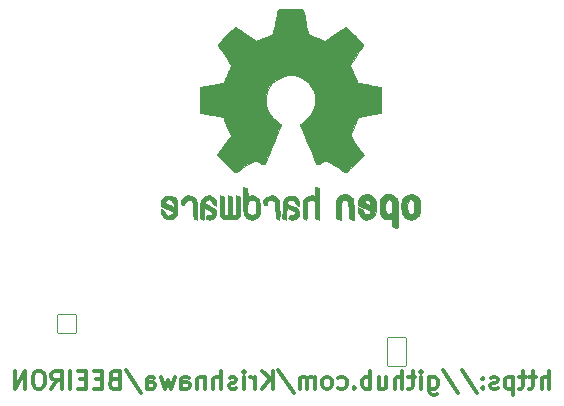
<source format=gbo>
G04 #@! TF.GenerationSoftware,KiCad,Pcbnew,6.0.0-rc1-unknown-b471945224~144~ubuntu20.04.1*
G04 #@! TF.CreationDate,2021-11-25T10:13:17+04:00*
G04 #@! TF.ProjectId,BEEIRON v0.03,42454549-524f-44e2-9076-302e30332e6b,rev?*
G04 #@! TF.SameCoordinates,Original*
G04 #@! TF.FileFunction,Legend,Bot*
G04 #@! TF.FilePolarity,Positive*
%FSLAX46Y46*%
G04 Gerber Fmt 4.6, Leading zero omitted, Abs format (unit mm)*
G04 Created by KiCad (PCBNEW 6.0.0-rc1-unknown-b471945224~144~ubuntu20.04.1) date 2021-11-25 10:13:17*
%MOMM*%
%LPD*%
G01*
G04 APERTURE LIST*
G04 Aperture macros list*
%AMRoundRect*
0 Rectangle with rounded corners*
0 $1 Rounding radius*
0 $2 $3 $4 $5 $6 $7 $8 $9 X,Y pos of 4 corners*
0 Add a 4 corners polygon primitive as box body*
4,1,4,$2,$3,$4,$5,$6,$7,$8,$9,$2,$3,0*
0 Add four circle primitives for the rounded corners*
1,1,$1+$1,$2,$3*
1,1,$1+$1,$4,$5*
1,1,$1+$1,$6,$7*
1,1,$1+$1,$8,$9*
0 Add four rect primitives between the rounded corners*
20,1,$1+$1,$2,$3,$4,$5,0*
20,1,$1+$1,$4,$5,$6,$7,0*
20,1,$1+$1,$6,$7,$8,$9,0*
20,1,$1+$1,$8,$9,$2,$3,0*%
%AMHorizOval*
0 Thick line with rounded ends*
0 $1 width*
0 $2 $3 position (X,Y) of the first rounded end (center of the circle)*
0 $4 $5 position (X,Y) of the second rounded end (center of the circle)*
0 Add line between two ends*
20,1,$1,$2,$3,$4,$5,0*
0 Add two circle primitives to create the rounded ends*
1,1,$1,$2,$3*
1,1,$1,$4,$5*%
G04 Aperture macros list end*
%ADD10C,0.300000*%
%ADD11C,0.010000*%
%ADD12C,0.100000*%
%ADD13C,1.250000*%
%ADD14C,1.700000*%
%ADD15C,2.100000*%
%ADD16RoundRect,0.050000X0.850000X0.850000X-0.850000X0.850000X-0.850000X-0.850000X0.850000X-0.850000X0*%
%ADD17O,1.800000X1.800000*%
%ADD18RoundRect,0.050000X-0.850000X0.850000X-0.850000X-0.850000X0.850000X-0.850000X0.850000X0.850000X0*%
%ADD19RoundRect,0.050000X-0.850000X-0.850000X0.850000X-0.850000X0.850000X0.850000X-0.850000X0.850000X0*%
%ADD20RoundRect,0.050000X0.850000X-0.850000X0.850000X0.850000X-0.850000X0.850000X-0.850000X-0.850000X0*%
%ADD21C,1.000000*%
%ADD22C,10.100000*%
%ADD23C,2.500000*%
%ADD24HorizOval,2.500000X0.000000X0.000000X0.000000X0.000000X0*%
%ADD25RoundRect,0.050000X0.800000X-0.800000X0.800000X0.800000X-0.800000X0.800000X-0.800000X-0.800000X0*%
%ADD26O,1.700000X1.700000*%
%ADD27RoundRect,0.299999X-0.790001X-1.550001X0.790001X-1.550001X0.790001X1.550001X-0.790001X1.550001X0*%
%ADD28O,2.180000X3.700000*%
%ADD29RoundRect,0.050000X1.202082X0.000000X0.000000X1.202082X-1.202082X0.000000X0.000000X-1.202082X0*%
%ADD30HorizOval,1.800000X0.000000X0.000000X0.000000X0.000000X0*%
%ADD31RoundRect,0.050000X-0.800000X1.200000X-0.800000X-1.200000X0.800000X-1.200000X0.800000X1.200000X0*%
%ADD32O,1.700000X2.500000*%
%ADD33RoundRect,0.050000X1.250000X2.250000X-1.250000X2.250000X-1.250000X-2.250000X1.250000X-2.250000X0*%
%ADD34O,2.600000X4.600000*%
%ADD35RoundRect,0.300000X0.750000X1.550000X-0.750000X1.550000X-0.750000X-1.550000X0.750000X-1.550000X0*%
%ADD36O,2.100000X3.700000*%
%ADD37RoundRect,0.050000X0.800000X0.800000X-0.800000X0.800000X-0.800000X-0.800000X0.800000X-0.800000X0*%
%ADD38C,1.900000*%
%ADD39RoundRect,0.050000X0.000000X-1.202082X1.202082X0.000000X0.000000X1.202082X-1.202082X0.000000X0*%
%ADD40HorizOval,1.800000X0.000000X0.000000X0.000000X0.000000X0*%
G04 APERTURE END LIST*
D10*
X164407142Y-115978571D02*
X164407142Y-114478571D01*
X163764285Y-115978571D02*
X163764285Y-115192857D01*
X163835714Y-115050000D01*
X163978571Y-114978571D01*
X164192857Y-114978571D01*
X164335714Y-115050000D01*
X164407142Y-115121428D01*
X163264285Y-114978571D02*
X162692857Y-114978571D01*
X163050000Y-114478571D02*
X163050000Y-115764285D01*
X162978571Y-115907142D01*
X162835714Y-115978571D01*
X162692857Y-115978571D01*
X162407142Y-114978571D02*
X161835714Y-114978571D01*
X162192857Y-114478571D02*
X162192857Y-115764285D01*
X162121428Y-115907142D01*
X161978571Y-115978571D01*
X161835714Y-115978571D01*
X161335714Y-114978571D02*
X161335714Y-116478571D01*
X161335714Y-115050000D02*
X161192857Y-114978571D01*
X160907142Y-114978571D01*
X160764285Y-115050000D01*
X160692857Y-115121428D01*
X160621428Y-115264285D01*
X160621428Y-115692857D01*
X160692857Y-115835714D01*
X160764285Y-115907142D01*
X160907142Y-115978571D01*
X161192857Y-115978571D01*
X161335714Y-115907142D01*
X160050000Y-115907142D02*
X159907142Y-115978571D01*
X159621428Y-115978571D01*
X159478571Y-115907142D01*
X159407142Y-115764285D01*
X159407142Y-115692857D01*
X159478571Y-115550000D01*
X159621428Y-115478571D01*
X159835714Y-115478571D01*
X159978571Y-115407142D01*
X160050000Y-115264285D01*
X160050000Y-115192857D01*
X159978571Y-115050000D01*
X159835714Y-114978571D01*
X159621428Y-114978571D01*
X159478571Y-115050000D01*
X158764285Y-115835714D02*
X158692857Y-115907142D01*
X158764285Y-115978571D01*
X158835714Y-115907142D01*
X158764285Y-115835714D01*
X158764285Y-115978571D01*
X158764285Y-115050000D02*
X158692857Y-115121428D01*
X158764285Y-115192857D01*
X158835714Y-115121428D01*
X158764285Y-115050000D01*
X158764285Y-115192857D01*
X156978571Y-114407142D02*
X158264285Y-116335714D01*
X155407142Y-114407142D02*
X156692857Y-116335714D01*
X154264285Y-114978571D02*
X154264285Y-116192857D01*
X154335714Y-116335714D01*
X154407142Y-116407142D01*
X154550000Y-116478571D01*
X154764285Y-116478571D01*
X154907142Y-116407142D01*
X154264285Y-115907142D02*
X154407142Y-115978571D01*
X154692857Y-115978571D01*
X154835714Y-115907142D01*
X154907142Y-115835714D01*
X154978571Y-115692857D01*
X154978571Y-115264285D01*
X154907142Y-115121428D01*
X154835714Y-115050000D01*
X154692857Y-114978571D01*
X154407142Y-114978571D01*
X154264285Y-115050000D01*
X153550000Y-115978571D02*
X153550000Y-114978571D01*
X153550000Y-114478571D02*
X153621428Y-114550000D01*
X153550000Y-114621428D01*
X153478571Y-114550000D01*
X153550000Y-114478571D01*
X153550000Y-114621428D01*
X153050000Y-114978571D02*
X152478571Y-114978571D01*
X152835714Y-114478571D02*
X152835714Y-115764285D01*
X152764285Y-115907142D01*
X152621428Y-115978571D01*
X152478571Y-115978571D01*
X151978571Y-115978571D02*
X151978571Y-114478571D01*
X151335714Y-115978571D02*
X151335714Y-115192857D01*
X151407142Y-115050000D01*
X151549999Y-114978571D01*
X151764285Y-114978571D01*
X151907142Y-115050000D01*
X151978571Y-115121428D01*
X149978571Y-114978571D02*
X149978571Y-115978571D01*
X150621428Y-114978571D02*
X150621428Y-115764285D01*
X150549999Y-115907142D01*
X150407142Y-115978571D01*
X150192857Y-115978571D01*
X150049999Y-115907142D01*
X149978571Y-115835714D01*
X149264285Y-115978571D02*
X149264285Y-114478571D01*
X149264285Y-115050000D02*
X149121428Y-114978571D01*
X148835714Y-114978571D01*
X148692857Y-115050000D01*
X148621428Y-115121428D01*
X148549999Y-115264285D01*
X148549999Y-115692857D01*
X148621428Y-115835714D01*
X148692857Y-115907142D01*
X148835714Y-115978571D01*
X149121428Y-115978571D01*
X149264285Y-115907142D01*
X147907142Y-115835714D02*
X147835714Y-115907142D01*
X147907142Y-115978571D01*
X147978571Y-115907142D01*
X147907142Y-115835714D01*
X147907142Y-115978571D01*
X146549999Y-115907142D02*
X146692857Y-115978571D01*
X146978571Y-115978571D01*
X147121428Y-115907142D01*
X147192857Y-115835714D01*
X147264285Y-115692857D01*
X147264285Y-115264285D01*
X147192857Y-115121428D01*
X147121428Y-115050000D01*
X146978571Y-114978571D01*
X146692857Y-114978571D01*
X146549999Y-115050000D01*
X145692857Y-115978571D02*
X145835714Y-115907142D01*
X145907142Y-115835714D01*
X145978571Y-115692857D01*
X145978571Y-115264285D01*
X145907142Y-115121428D01*
X145835714Y-115050000D01*
X145692857Y-114978571D01*
X145478571Y-114978571D01*
X145335714Y-115050000D01*
X145264285Y-115121428D01*
X145192857Y-115264285D01*
X145192857Y-115692857D01*
X145264285Y-115835714D01*
X145335714Y-115907142D01*
X145478571Y-115978571D01*
X145692857Y-115978571D01*
X144549999Y-115978571D02*
X144549999Y-114978571D01*
X144549999Y-115121428D02*
X144478571Y-115050000D01*
X144335714Y-114978571D01*
X144121428Y-114978571D01*
X143978571Y-115050000D01*
X143907142Y-115192857D01*
X143907142Y-115978571D01*
X143907142Y-115192857D02*
X143835714Y-115050000D01*
X143692857Y-114978571D01*
X143478571Y-114978571D01*
X143335714Y-115050000D01*
X143264285Y-115192857D01*
X143264285Y-115978571D01*
X141478571Y-114407142D02*
X142764285Y-116335714D01*
X140978571Y-115978571D02*
X140978571Y-114478571D01*
X140121428Y-115978571D02*
X140764285Y-115121428D01*
X140121428Y-114478571D02*
X140978571Y-115335714D01*
X139478571Y-115978571D02*
X139478571Y-114978571D01*
X139478571Y-115264285D02*
X139407142Y-115121428D01*
X139335714Y-115050000D01*
X139192857Y-114978571D01*
X139049999Y-114978571D01*
X138549999Y-115978571D02*
X138549999Y-114978571D01*
X138549999Y-114478571D02*
X138621428Y-114550000D01*
X138549999Y-114621428D01*
X138478571Y-114550000D01*
X138549999Y-114478571D01*
X138549999Y-114621428D01*
X137907142Y-115907142D02*
X137764285Y-115978571D01*
X137478571Y-115978571D01*
X137335714Y-115907142D01*
X137264285Y-115764285D01*
X137264285Y-115692857D01*
X137335714Y-115550000D01*
X137478571Y-115478571D01*
X137692857Y-115478571D01*
X137835714Y-115407142D01*
X137907142Y-115264285D01*
X137907142Y-115192857D01*
X137835714Y-115050000D01*
X137692857Y-114978571D01*
X137478571Y-114978571D01*
X137335714Y-115050000D01*
X136621428Y-115978571D02*
X136621428Y-114478571D01*
X135978571Y-115978571D02*
X135978571Y-115192857D01*
X136049999Y-115050000D01*
X136192857Y-114978571D01*
X136407142Y-114978571D01*
X136549999Y-115050000D01*
X136621428Y-115121428D01*
X135264285Y-114978571D02*
X135264285Y-115978571D01*
X135264285Y-115121428D02*
X135192857Y-115050000D01*
X135049999Y-114978571D01*
X134835714Y-114978571D01*
X134692857Y-115050000D01*
X134621428Y-115192857D01*
X134621428Y-115978571D01*
X133264285Y-115978571D02*
X133264285Y-115192857D01*
X133335714Y-115050000D01*
X133478571Y-114978571D01*
X133764285Y-114978571D01*
X133907142Y-115050000D01*
X133264285Y-115907142D02*
X133407142Y-115978571D01*
X133764285Y-115978571D01*
X133907142Y-115907142D01*
X133978571Y-115764285D01*
X133978571Y-115621428D01*
X133907142Y-115478571D01*
X133764285Y-115407142D01*
X133407142Y-115407142D01*
X133264285Y-115335714D01*
X132692857Y-114978571D02*
X132407142Y-115978571D01*
X132121428Y-115264285D01*
X131835714Y-115978571D01*
X131549999Y-114978571D01*
X130335714Y-115978571D02*
X130335714Y-115192857D01*
X130407142Y-115050000D01*
X130549999Y-114978571D01*
X130835714Y-114978571D01*
X130978571Y-115050000D01*
X130335714Y-115907142D02*
X130478571Y-115978571D01*
X130835714Y-115978571D01*
X130978571Y-115907142D01*
X131049999Y-115764285D01*
X131049999Y-115621428D01*
X130978571Y-115478571D01*
X130835714Y-115407142D01*
X130478571Y-115407142D01*
X130335714Y-115335714D01*
X128549999Y-114407142D02*
X129835714Y-116335714D01*
X127549999Y-115192857D02*
X127335714Y-115264285D01*
X127264285Y-115335714D01*
X127192857Y-115478571D01*
X127192857Y-115692857D01*
X127264285Y-115835714D01*
X127335714Y-115907142D01*
X127478571Y-115978571D01*
X128049999Y-115978571D01*
X128049999Y-114478571D01*
X127549999Y-114478571D01*
X127407142Y-114550000D01*
X127335714Y-114621428D01*
X127264285Y-114764285D01*
X127264285Y-114907142D01*
X127335714Y-115050000D01*
X127407142Y-115121428D01*
X127549999Y-115192857D01*
X128049999Y-115192857D01*
X126549999Y-115192857D02*
X126049999Y-115192857D01*
X125835714Y-115978571D02*
X126549999Y-115978571D01*
X126549999Y-114478571D01*
X125835714Y-114478571D01*
X125192857Y-115192857D02*
X124692857Y-115192857D01*
X124478571Y-115978571D02*
X125192857Y-115978571D01*
X125192857Y-114478571D01*
X124478571Y-114478571D01*
X123835714Y-115978571D02*
X123835714Y-114478571D01*
X122264285Y-115978571D02*
X122764285Y-115264285D01*
X123121428Y-115978571D02*
X123121428Y-114478571D01*
X122549999Y-114478571D01*
X122407142Y-114550000D01*
X122335714Y-114621428D01*
X122264285Y-114764285D01*
X122264285Y-114978571D01*
X122335714Y-115121428D01*
X122407142Y-115192857D01*
X122549999Y-115264285D01*
X123121428Y-115264285D01*
X121335714Y-114478571D02*
X121049999Y-114478571D01*
X120907142Y-114550000D01*
X120764285Y-114692857D01*
X120692857Y-114978571D01*
X120692857Y-115478571D01*
X120764285Y-115764285D01*
X120907142Y-115907142D01*
X121049999Y-115978571D01*
X121335714Y-115978571D01*
X121478571Y-115907142D01*
X121621428Y-115764285D01*
X121692857Y-115478571D01*
X121692857Y-114978571D01*
X121621428Y-114692857D01*
X121478571Y-114550000D01*
X121335714Y-114478571D01*
X120049999Y-115978571D02*
X120049999Y-114478571D01*
X119192857Y-115978571D01*
X119192857Y-114478571D01*
D11*
X142366759Y-99640601D02*
X142176095Y-99711403D01*
X142176095Y-99711403D02*
X142173914Y-99712764D01*
X142173914Y-99712764D02*
X142055994Y-99799550D01*
X142055994Y-99799550D02*
X141968940Y-99900973D01*
X141968940Y-99900973D02*
X141907714Y-100033145D01*
X141907714Y-100033145D02*
X141867277Y-100212182D01*
X141867277Y-100212182D02*
X141842591Y-100454195D01*
X141842591Y-100454195D02*
X141828618Y-100775299D01*
X141828618Y-100775299D02*
X141827393Y-100821048D01*
X141827393Y-100821048D02*
X141809800Y-101510869D01*
X141809800Y-101510869D02*
X141957848Y-101587427D01*
X141957848Y-101587427D02*
X142064970Y-101639163D01*
X142064970Y-101639163D02*
X142129649Y-101663678D01*
X142129649Y-101663678D02*
X142132641Y-101663985D01*
X142132641Y-101663985D02*
X142143834Y-101618751D01*
X142143834Y-101618751D02*
X142152725Y-101496736D01*
X142152725Y-101496736D02*
X142158194Y-101318468D01*
X142158194Y-101318468D02*
X142159387Y-101174116D01*
X142159387Y-101174116D02*
X142159414Y-100940271D01*
X142159414Y-100940271D02*
X142170104Y-100793419D01*
X142170104Y-100793419D02*
X142207367Y-100723376D01*
X142207367Y-100723376D02*
X142287112Y-100719958D01*
X142287112Y-100719958D02*
X142425251Y-100772983D01*
X142425251Y-100772983D02*
X142633812Y-100870454D01*
X142633812Y-100870454D02*
X142787171Y-100951409D01*
X142787171Y-100951409D02*
X142866048Y-101021644D01*
X142866048Y-101021644D02*
X142889236Y-101098194D01*
X142889236Y-101098194D02*
X142889272Y-101101982D01*
X142889272Y-101101982D02*
X142851007Y-101233852D01*
X142851007Y-101233852D02*
X142737717Y-101305091D01*
X142737717Y-101305091D02*
X142564336Y-101315410D01*
X142564336Y-101315410D02*
X142439450Y-101313620D01*
X142439450Y-101313620D02*
X142373601Y-101349589D01*
X142373601Y-101349589D02*
X142332536Y-101435985D01*
X142332536Y-101435985D02*
X142308901Y-101546054D01*
X142308901Y-101546054D02*
X142342961Y-101608508D01*
X142342961Y-101608508D02*
X142355786Y-101617446D01*
X142355786Y-101617446D02*
X142476528Y-101653343D01*
X142476528Y-101653343D02*
X142645612Y-101658426D01*
X142645612Y-101658426D02*
X142819739Y-101634631D01*
X142819739Y-101634631D02*
X142943124Y-101591147D01*
X142943124Y-101591147D02*
X143113713Y-101446309D01*
X143113713Y-101446309D02*
X143210681Y-101244694D01*
X143210681Y-101244694D02*
X143229885Y-101087180D01*
X143229885Y-101087180D02*
X143215230Y-100945104D01*
X143215230Y-100945104D02*
X143162199Y-100829127D01*
X143162199Y-100829127D02*
X143057194Y-100726121D01*
X143057194Y-100726121D02*
X142886614Y-100622954D01*
X142886614Y-100622954D02*
X142636862Y-100506496D01*
X142636862Y-100506496D02*
X142621647Y-100499914D01*
X142621647Y-100499914D02*
X142396671Y-100395981D01*
X142396671Y-100395981D02*
X142257843Y-100310743D01*
X142257843Y-100310743D02*
X142198338Y-100234147D01*
X142198338Y-100234147D02*
X142211328Y-100156139D01*
X142211328Y-100156139D02*
X142289988Y-100066664D01*
X142289988Y-100066664D02*
X142313510Y-100046073D01*
X142313510Y-100046073D02*
X142471067Y-99966236D01*
X142471067Y-99966236D02*
X142634323Y-99969597D01*
X142634323Y-99969597D02*
X142776505Y-100047874D01*
X142776505Y-100047874D02*
X142870840Y-100192781D01*
X142870840Y-100192781D02*
X142879605Y-100221224D01*
X142879605Y-100221224D02*
X142964962Y-100359174D01*
X142964962Y-100359174D02*
X143073271Y-100425620D01*
X143073271Y-100425620D02*
X143229885Y-100491471D01*
X143229885Y-100491471D02*
X143229885Y-100321097D01*
X143229885Y-100321097D02*
X143182244Y-100073454D01*
X143182244Y-100073454D02*
X143040841Y-99846307D01*
X143040841Y-99846307D02*
X142967258Y-99770318D01*
X142967258Y-99770318D02*
X142799991Y-99672790D01*
X142799991Y-99672790D02*
X142587274Y-99628640D01*
X142587274Y-99628640D02*
X142366759Y-99640601D01*
X142366759Y-99640601D02*
X142366759Y-99640601D01*
G36*
X142799991Y-99672790D02*
G01*
X142967258Y-99770318D01*
X143040841Y-99846307D01*
X143182244Y-100073454D01*
X143229885Y-100321097D01*
X143229885Y-100491471D01*
X143073271Y-100425620D01*
X142964962Y-100359174D01*
X142879605Y-100221224D01*
X142870840Y-100192781D01*
X142776505Y-100047874D01*
X142634323Y-99969597D01*
X142471067Y-99966236D01*
X142313510Y-100046073D01*
X142289988Y-100066664D01*
X142211328Y-100156139D01*
X142198338Y-100234147D01*
X142257843Y-100310743D01*
X142396671Y-100395981D01*
X142621647Y-100499914D01*
X142636862Y-100506496D01*
X142886614Y-100622954D01*
X143057194Y-100726121D01*
X143162199Y-100829127D01*
X143215230Y-100945104D01*
X143229885Y-101087180D01*
X143210681Y-101244694D01*
X143113713Y-101446309D01*
X142943124Y-101591147D01*
X142819739Y-101634631D01*
X142645612Y-101658426D01*
X142476528Y-101653343D01*
X142355786Y-101617446D01*
X142342961Y-101608508D01*
X142308901Y-101546054D01*
X142332536Y-101435985D01*
X142373601Y-101349589D01*
X142439450Y-101313620D01*
X142564336Y-101315410D01*
X142737717Y-101305091D01*
X142851007Y-101233852D01*
X142889272Y-101101982D01*
X142889236Y-101098194D01*
X142866048Y-101021644D01*
X142787171Y-100951409D01*
X142633812Y-100870454D01*
X142425251Y-100772983D01*
X142287112Y-100719958D01*
X142207367Y-100723376D01*
X142170104Y-100793419D01*
X142159414Y-100940271D01*
X142159387Y-101174116D01*
X142158194Y-101318468D01*
X142152725Y-101496736D01*
X142143834Y-101618751D01*
X142132641Y-101663985D01*
X142129649Y-101663678D01*
X142064970Y-101639163D01*
X141957848Y-101587427D01*
X141809800Y-101510869D01*
X141827393Y-100821048D01*
X141828618Y-100775299D01*
X141842591Y-100454195D01*
X141867277Y-100212182D01*
X141907714Y-100033145D01*
X141968940Y-99900973D01*
X142055994Y-99799550D01*
X142173914Y-99712764D01*
X142176095Y-99711403D01*
X142366759Y-99640601D01*
X142587274Y-99628640D01*
X142799991Y-99672790D01*
G37*
X142799991Y-99672790D02*
X142967258Y-99770318D01*
X143040841Y-99846307D01*
X143182244Y-100073454D01*
X143229885Y-100321097D01*
X143229885Y-100491471D01*
X143073271Y-100425620D01*
X142964962Y-100359174D01*
X142879605Y-100221224D01*
X142870840Y-100192781D01*
X142776505Y-100047874D01*
X142634323Y-99969597D01*
X142471067Y-99966236D01*
X142313510Y-100046073D01*
X142289988Y-100066664D01*
X142211328Y-100156139D01*
X142198338Y-100234147D01*
X142257843Y-100310743D01*
X142396671Y-100395981D01*
X142621647Y-100499914D01*
X142636862Y-100506496D01*
X142886614Y-100622954D01*
X143057194Y-100726121D01*
X143162199Y-100829127D01*
X143215230Y-100945104D01*
X143229885Y-101087180D01*
X143210681Y-101244694D01*
X143113713Y-101446309D01*
X142943124Y-101591147D01*
X142819739Y-101634631D01*
X142645612Y-101658426D01*
X142476528Y-101653343D01*
X142355786Y-101617446D01*
X142342961Y-101608508D01*
X142308901Y-101546054D01*
X142332536Y-101435985D01*
X142373601Y-101349589D01*
X142439450Y-101313620D01*
X142564336Y-101315410D01*
X142737717Y-101305091D01*
X142851007Y-101233852D01*
X142889272Y-101101982D01*
X142889236Y-101098194D01*
X142866048Y-101021644D01*
X142787171Y-100951409D01*
X142633812Y-100870454D01*
X142425251Y-100772983D01*
X142287112Y-100719958D01*
X142207367Y-100723376D01*
X142170104Y-100793419D01*
X142159414Y-100940271D01*
X142159387Y-101174116D01*
X142158194Y-101318468D01*
X142152725Y-101496736D01*
X142143834Y-101618751D01*
X142132641Y-101663985D01*
X142129649Y-101663678D01*
X142064970Y-101639163D01*
X141957848Y-101587427D01*
X141809800Y-101510869D01*
X141827393Y-100821048D01*
X141828618Y-100775299D01*
X141842591Y-100454195D01*
X141867277Y-100212182D01*
X141907714Y-100033145D01*
X141968940Y-99900973D01*
X142055994Y-99799550D01*
X142173914Y-99712764D01*
X142176095Y-99711403D01*
X142366759Y-99640601D01*
X142587274Y-99628640D01*
X142799991Y-99672790D01*
X131927601Y-99694233D02*
X131735083Y-99820057D01*
X131735083Y-99820057D02*
X131642226Y-99932696D01*
X131642226Y-99932696D02*
X131568660Y-100137092D01*
X131568660Y-100137092D02*
X131562817Y-100298830D01*
X131562817Y-100298830D02*
X131576053Y-100515094D01*
X131576053Y-100515094D02*
X132074808Y-100733398D01*
X132074808Y-100733398D02*
X132317315Y-100844930D01*
X132317315Y-100844930D02*
X132475771Y-100934650D01*
X132475771Y-100934650D02*
X132558164Y-101012361D01*
X132558164Y-101012361D02*
X132572482Y-101087867D01*
X132572482Y-101087867D02*
X132526713Y-101170971D01*
X132526713Y-101170971D02*
X132476245Y-101226054D01*
X132476245Y-101226054D02*
X132329395Y-101314389D01*
X132329395Y-101314389D02*
X132169672Y-101320579D01*
X132169672Y-101320579D02*
X132022980Y-101251735D01*
X132022980Y-101251735D02*
X131915219Y-101114972D01*
X131915219Y-101114972D02*
X131895945Y-101066680D01*
X131895945Y-101066680D02*
X131803624Y-100915848D01*
X131803624Y-100915848D02*
X131697412Y-100851567D01*
X131697412Y-100851567D02*
X131551724Y-100796576D01*
X131551724Y-100796576D02*
X131551724Y-101005057D01*
X131551724Y-101005057D02*
X131564604Y-101146926D01*
X131564604Y-101146926D02*
X131615057Y-101266563D01*
X131615057Y-101266563D02*
X131720803Y-101403927D01*
X131720803Y-101403927D02*
X131736520Y-101421777D01*
X131736520Y-101421777D02*
X131854145Y-101543986D01*
X131854145Y-101543986D02*
X131955254Y-101609570D01*
X131955254Y-101609570D02*
X132081750Y-101639742D01*
X132081750Y-101639742D02*
X132186616Y-101649623D01*
X132186616Y-101649623D02*
X132374189Y-101652085D01*
X132374189Y-101652085D02*
X132507716Y-101620892D01*
X132507716Y-101620892D02*
X132591017Y-101574579D01*
X132591017Y-101574579D02*
X132721937Y-101472735D01*
X132721937Y-101472735D02*
X132812561Y-101362591D01*
X132812561Y-101362591D02*
X132869913Y-101224069D01*
X132869913Y-101224069D02*
X132901020Y-101037090D01*
X132901020Y-101037090D02*
X132912906Y-100781577D01*
X132912906Y-100781577D02*
X132913855Y-100651894D01*
X132913855Y-100651894D02*
X132910629Y-100496421D01*
X132910629Y-100496421D02*
X132616834Y-100496421D01*
X132616834Y-100496421D02*
X132613427Y-100579827D01*
X132613427Y-100579827D02*
X132604934Y-100593487D01*
X132604934Y-100593487D02*
X132548890Y-100574931D01*
X132548890Y-100574931D02*
X132428282Y-100525822D01*
X132428282Y-100525822D02*
X132267087Y-100456002D01*
X132267087Y-100456002D02*
X132233378Y-100440995D01*
X132233378Y-100440995D02*
X132029661Y-100337404D01*
X132029661Y-100337404D02*
X131917421Y-100246359D01*
X131917421Y-100246359D02*
X131892753Y-100161081D01*
X131892753Y-100161081D02*
X131951755Y-100074794D01*
X131951755Y-100074794D02*
X132000482Y-100036667D01*
X132000482Y-100036667D02*
X132176306Y-99960417D01*
X132176306Y-99960417D02*
X132340873Y-99973014D01*
X132340873Y-99973014D02*
X132478646Y-100066086D01*
X132478646Y-100066086D02*
X132574087Y-100231256D01*
X132574087Y-100231256D02*
X132604686Y-100362357D01*
X132604686Y-100362357D02*
X132616834Y-100496421D01*
X132616834Y-100496421D02*
X132910629Y-100496421D01*
X132910629Y-100496421D02*
X132907568Y-100348919D01*
X132907568Y-100348919D02*
X132884401Y-100124756D01*
X132884401Y-100124756D02*
X132838510Y-99961526D01*
X132838510Y-99961526D02*
X132764046Y-99841352D01*
X132764046Y-99841352D02*
X132655164Y-99746355D01*
X132655164Y-99746355D02*
X132607695Y-99715655D01*
X132607695Y-99715655D02*
X132392062Y-99635703D01*
X132392062Y-99635703D02*
X132155979Y-99630672D01*
X132155979Y-99630672D02*
X131927601Y-99694233D01*
X131927601Y-99694233D02*
X131927601Y-99694233D01*
G36*
X132912906Y-100781577D02*
G01*
X132901020Y-101037090D01*
X132869913Y-101224069D01*
X132812561Y-101362591D01*
X132721937Y-101472735D01*
X132591017Y-101574579D01*
X132507716Y-101620892D01*
X132374189Y-101652085D01*
X132186616Y-101649623D01*
X132081750Y-101639742D01*
X131955254Y-101609570D01*
X131854145Y-101543986D01*
X131736520Y-101421777D01*
X131720803Y-101403927D01*
X131615057Y-101266563D01*
X131564604Y-101146926D01*
X131551724Y-101005057D01*
X131551724Y-100796576D01*
X131697412Y-100851567D01*
X131803624Y-100915848D01*
X131895945Y-101066680D01*
X131915219Y-101114972D01*
X132022980Y-101251735D01*
X132169672Y-101320579D01*
X132329395Y-101314389D01*
X132476245Y-101226054D01*
X132526713Y-101170971D01*
X132572482Y-101087867D01*
X132558164Y-101012361D01*
X132475771Y-100934650D01*
X132317315Y-100844930D01*
X132074808Y-100733398D01*
X131576053Y-100515094D01*
X131562817Y-100298830D01*
X131567793Y-100161081D01*
X131892753Y-100161081D01*
X131917421Y-100246359D01*
X132029661Y-100337404D01*
X132233378Y-100440995D01*
X132267087Y-100456002D01*
X132428282Y-100525822D01*
X132548890Y-100574931D01*
X132604934Y-100593487D01*
X132613427Y-100579827D01*
X132616834Y-100496421D01*
X132604686Y-100362357D01*
X132574087Y-100231256D01*
X132478646Y-100066086D01*
X132340873Y-99973014D01*
X132176306Y-99960417D01*
X132000482Y-100036667D01*
X131951755Y-100074794D01*
X131892753Y-100161081D01*
X131567793Y-100161081D01*
X131568660Y-100137092D01*
X131642226Y-99932696D01*
X131735083Y-99820057D01*
X131927601Y-99694233D01*
X132155979Y-99630672D01*
X132392062Y-99635703D01*
X132607695Y-99715655D01*
X132655164Y-99746355D01*
X132764046Y-99841352D01*
X132838510Y-99961526D01*
X132884401Y-100124756D01*
X132907568Y-100348919D01*
X132910629Y-100496421D01*
X132913855Y-100651894D01*
X132912906Y-100781577D01*
G37*
X132912906Y-100781577D02*
X132901020Y-101037090D01*
X132869913Y-101224069D01*
X132812561Y-101362591D01*
X132721937Y-101472735D01*
X132591017Y-101574579D01*
X132507716Y-101620892D01*
X132374189Y-101652085D01*
X132186616Y-101649623D01*
X132081750Y-101639742D01*
X131955254Y-101609570D01*
X131854145Y-101543986D01*
X131736520Y-101421777D01*
X131720803Y-101403927D01*
X131615057Y-101266563D01*
X131564604Y-101146926D01*
X131551724Y-101005057D01*
X131551724Y-100796576D01*
X131697412Y-100851567D01*
X131803624Y-100915848D01*
X131895945Y-101066680D01*
X131915219Y-101114972D01*
X132022980Y-101251735D01*
X132169672Y-101320579D01*
X132329395Y-101314389D01*
X132476245Y-101226054D01*
X132526713Y-101170971D01*
X132572482Y-101087867D01*
X132558164Y-101012361D01*
X132475771Y-100934650D01*
X132317315Y-100844930D01*
X132074808Y-100733398D01*
X131576053Y-100515094D01*
X131562817Y-100298830D01*
X131567793Y-100161081D01*
X131892753Y-100161081D01*
X131917421Y-100246359D01*
X132029661Y-100337404D01*
X132233378Y-100440995D01*
X132267087Y-100456002D01*
X132428282Y-100525822D01*
X132548890Y-100574931D01*
X132604934Y-100593487D01*
X132613427Y-100579827D01*
X132616834Y-100496421D01*
X132604686Y-100362357D01*
X132574087Y-100231256D01*
X132478646Y-100066086D01*
X132340873Y-99973014D01*
X132176306Y-99960417D01*
X132000482Y-100036667D01*
X131951755Y-100074794D01*
X131892753Y-100161081D01*
X131567793Y-100161081D01*
X131568660Y-100137092D01*
X131642226Y-99932696D01*
X131735083Y-99820057D01*
X131927601Y-99694233D01*
X132155979Y-99630672D01*
X132392062Y-99635703D01*
X132607695Y-99715655D01*
X132655164Y-99746355D01*
X132764046Y-99841352D01*
X132838510Y-99961526D01*
X132884401Y-100124756D01*
X132907568Y-100348919D01*
X132910629Y-100496421D01*
X132913855Y-100651894D01*
X132912906Y-100781577D01*
X133607184Y-99666697D02*
X133549024Y-99692116D01*
X133549024Y-99692116D02*
X133410205Y-99802059D01*
X133410205Y-99802059D02*
X133291495Y-99961030D01*
X133291495Y-99961030D02*
X133218079Y-100130677D01*
X133218079Y-100130677D02*
X133206130Y-100214313D01*
X133206130Y-100214313D02*
X133246191Y-100331078D01*
X133246191Y-100331078D02*
X133334065Y-100392862D01*
X133334065Y-100392862D02*
X133428282Y-100430273D01*
X133428282Y-100430273D02*
X133471423Y-100437167D01*
X133471423Y-100437167D02*
X133492429Y-100387138D01*
X133492429Y-100387138D02*
X133533910Y-100278269D01*
X133533910Y-100278269D02*
X133552108Y-100229076D01*
X133552108Y-100229076D02*
X133654152Y-100058913D01*
X133654152Y-100058913D02*
X133801897Y-99974038D01*
X133801897Y-99974038D02*
X133991345Y-99976648D01*
X133991345Y-99976648D02*
X134005377Y-99979991D01*
X134005377Y-99979991D02*
X134106519Y-100027945D01*
X134106519Y-100027945D02*
X134180876Y-100121432D01*
X134180876Y-100121432D02*
X134231662Y-100271939D01*
X134231662Y-100271939D02*
X134262092Y-100490951D01*
X134262092Y-100490951D02*
X134275382Y-100789956D01*
X134275382Y-100789956D02*
X134276628Y-100949056D01*
X134276628Y-100949056D02*
X134277246Y-101199855D01*
X134277246Y-101199855D02*
X134281295Y-101370825D01*
X134281295Y-101370825D02*
X134292067Y-101479454D01*
X134292067Y-101479454D02*
X134312853Y-101543230D01*
X134312853Y-101543230D02*
X134346945Y-101579643D01*
X134346945Y-101579643D02*
X134397635Y-101606179D01*
X134397635Y-101606179D02*
X134400565Y-101607515D01*
X134400565Y-101607515D02*
X134498182Y-101648787D01*
X134498182Y-101648787D02*
X134546542Y-101663985D01*
X134546542Y-101663985D02*
X134553973Y-101618037D01*
X134553973Y-101618037D02*
X134560334Y-101491034D01*
X134560334Y-101491034D02*
X134565168Y-101299235D01*
X134565168Y-101299235D02*
X134568015Y-101058902D01*
X134568015Y-101058902D02*
X134568582Y-100883024D01*
X134568582Y-100883024D02*
X134565687Y-100542688D01*
X134565687Y-100542688D02*
X134554363Y-100284495D01*
X134554363Y-100284495D02*
X134530654Y-100093374D01*
X134530654Y-100093374D02*
X134490603Y-99954253D01*
X134490603Y-99954253D02*
X134430253Y-99852060D01*
X134430253Y-99852060D02*
X134345647Y-99771724D01*
X134345647Y-99771724D02*
X134262101Y-99715655D01*
X134262101Y-99715655D02*
X134061209Y-99641032D01*
X134061209Y-99641032D02*
X133827404Y-99624202D01*
X133827404Y-99624202D02*
X133607184Y-99666697D01*
X133607184Y-99666697D02*
X133607184Y-99666697D01*
G36*
X134061209Y-99641032D02*
G01*
X134262101Y-99715655D01*
X134345647Y-99771724D01*
X134430253Y-99852060D01*
X134490603Y-99954253D01*
X134530654Y-100093374D01*
X134554363Y-100284495D01*
X134565687Y-100542688D01*
X134568582Y-100883024D01*
X134568015Y-101058902D01*
X134565168Y-101299235D01*
X134560334Y-101491034D01*
X134553973Y-101618037D01*
X134546542Y-101663985D01*
X134498182Y-101648787D01*
X134400565Y-101607515D01*
X134397635Y-101606179D01*
X134346945Y-101579643D01*
X134312853Y-101543230D01*
X134292067Y-101479454D01*
X134281295Y-101370825D01*
X134277246Y-101199855D01*
X134276628Y-100949056D01*
X134275382Y-100789956D01*
X134262092Y-100490951D01*
X134231662Y-100271939D01*
X134180876Y-100121432D01*
X134106519Y-100027945D01*
X134005377Y-99979991D01*
X133991345Y-99976648D01*
X133801897Y-99974038D01*
X133654152Y-100058913D01*
X133552108Y-100229076D01*
X133533910Y-100278269D01*
X133492429Y-100387138D01*
X133471423Y-100437167D01*
X133428282Y-100430273D01*
X133334065Y-100392862D01*
X133246191Y-100331078D01*
X133206130Y-100214313D01*
X133218079Y-100130677D01*
X133291495Y-99961030D01*
X133410205Y-99802059D01*
X133549024Y-99692116D01*
X133607184Y-99666697D01*
X133827404Y-99624202D01*
X134061209Y-99641032D01*
G37*
X134061209Y-99641032D02*
X134262101Y-99715655D01*
X134345647Y-99771724D01*
X134430253Y-99852060D01*
X134490603Y-99954253D01*
X134530654Y-100093374D01*
X134554363Y-100284495D01*
X134565687Y-100542688D01*
X134568582Y-100883024D01*
X134568015Y-101058902D01*
X134565168Y-101299235D01*
X134560334Y-101491034D01*
X134553973Y-101618037D01*
X134546542Y-101663985D01*
X134498182Y-101648787D01*
X134400565Y-101607515D01*
X134397635Y-101606179D01*
X134346945Y-101579643D01*
X134312853Y-101543230D01*
X134292067Y-101479454D01*
X134281295Y-101370825D01*
X134277246Y-101199855D01*
X134276628Y-100949056D01*
X134275382Y-100789956D01*
X134262092Y-100490951D01*
X134231662Y-100271939D01*
X134180876Y-100121432D01*
X134106519Y-100027945D01*
X134005377Y-99979991D01*
X133991345Y-99976648D01*
X133801897Y-99974038D01*
X133654152Y-100058913D01*
X133552108Y-100229076D01*
X133533910Y-100278269D01*
X133492429Y-100387138D01*
X133471423Y-100437167D01*
X133428282Y-100430273D01*
X133334065Y-100392862D01*
X133246191Y-100331078D01*
X133206130Y-100214313D01*
X133218079Y-100130677D01*
X133291495Y-99961030D01*
X133410205Y-99802059D01*
X133549024Y-99692116D01*
X133607184Y-99666697D01*
X133827404Y-99624202D01*
X134061209Y-99641032D01*
X142151643Y-83854997D02*
X141888323Y-83856439D01*
X141888323Y-83856439D02*
X141697754Y-83860342D01*
X141697754Y-83860342D02*
X141567655Y-83867937D01*
X141567655Y-83867937D02*
X141485743Y-83880450D01*
X141485743Y-83880450D02*
X141439734Y-83899111D01*
X141439734Y-83899111D02*
X141417347Y-83925148D01*
X141417347Y-83925148D02*
X141406298Y-83959788D01*
X141406298Y-83959788D02*
X141405224Y-83964272D01*
X141405224Y-83964272D02*
X141388441Y-84045189D01*
X141388441Y-84045189D02*
X141357375Y-84204842D01*
X141357375Y-84204842D02*
X141315258Y-84426238D01*
X141315258Y-84426238D02*
X141265321Y-84692385D01*
X141265321Y-84692385D02*
X141210797Y-84986290D01*
X141210797Y-84986290D02*
X141208893Y-84996612D01*
X141208893Y-84996612D02*
X141154277Y-85284636D01*
X141154277Y-85284636D02*
X141103178Y-85539115D01*
X141103178Y-85539115D02*
X141058894Y-85744785D01*
X141058894Y-85744785D02*
X141024721Y-85886385D01*
X141024721Y-85886385D02*
X141003957Y-85948650D01*
X141003957Y-85948650D02*
X141002967Y-85949753D01*
X141002967Y-85949753D02*
X140941801Y-85980159D01*
X140941801Y-85980159D02*
X140815690Y-86030828D01*
X140815690Y-86030828D02*
X140651869Y-86090822D01*
X140651869Y-86090822D02*
X140650957Y-86091142D01*
X140650957Y-86091142D02*
X140444612Y-86168704D01*
X140444612Y-86168704D02*
X140201340Y-86267507D01*
X140201340Y-86267507D02*
X139972031Y-86366848D01*
X139972031Y-86366848D02*
X139961178Y-86371760D01*
X139961178Y-86371760D02*
X139587683Y-86541276D01*
X139587683Y-86541276D02*
X138760635Y-85976495D01*
X138760635Y-85976495D02*
X138506923Y-85804320D01*
X138506923Y-85804320D02*
X138277098Y-85650395D01*
X138277098Y-85650395D02*
X138084475Y-85523474D01*
X138084475Y-85523474D02*
X137942368Y-85432309D01*
X137942368Y-85432309D02*
X137864093Y-85385655D01*
X137864093Y-85385655D02*
X137856660Y-85382195D01*
X137856660Y-85382195D02*
X137799776Y-85397600D01*
X137799776Y-85397600D02*
X137693531Y-85471927D01*
X137693531Y-85471927D02*
X137533781Y-85608681D01*
X137533781Y-85608681D02*
X137316384Y-85811368D01*
X137316384Y-85811368D02*
X137094452Y-86027008D01*
X137094452Y-86027008D02*
X136880509Y-86239503D01*
X136880509Y-86239503D02*
X136689031Y-86433410D01*
X136689031Y-86433410D02*
X136531545Y-86596754D01*
X136531545Y-86596754D02*
X136419578Y-86717561D01*
X136419578Y-86717561D02*
X136364657Y-86783855D01*
X136364657Y-86783855D02*
X136362614Y-86787268D01*
X136362614Y-86787268D02*
X136356542Y-86832761D01*
X136356542Y-86832761D02*
X136379416Y-86907056D01*
X136379416Y-86907056D02*
X136436885Y-87020186D01*
X136436885Y-87020186D02*
X136534601Y-87182185D01*
X136534601Y-87182185D02*
X136678216Y-87403086D01*
X136678216Y-87403086D02*
X136869667Y-87687460D01*
X136869667Y-87687460D02*
X137039577Y-87937759D01*
X137039577Y-87937759D02*
X137191462Y-88162250D01*
X137191462Y-88162250D02*
X137316545Y-88347900D01*
X137316545Y-88347900D02*
X137406051Y-88481675D01*
X137406051Y-88481675D02*
X137451200Y-88550542D01*
X137451200Y-88550542D02*
X137454042Y-88555218D01*
X137454042Y-88555218D02*
X137448530Y-88621201D01*
X137448530Y-88621201D02*
X137406745Y-88749448D01*
X137406745Y-88749448D02*
X137337003Y-88915720D01*
X137337003Y-88915720D02*
X137312146Y-88968819D01*
X137312146Y-88968819D02*
X137203689Y-89205377D01*
X137203689Y-89205377D02*
X137087980Y-89473789D01*
X137087980Y-89473789D02*
X136993985Y-89706035D01*
X136993985Y-89706035D02*
X136926255Y-89878407D01*
X136926255Y-89878407D02*
X136872457Y-90009403D01*
X136872457Y-90009403D02*
X136841369Y-90077867D01*
X136841369Y-90077867D02*
X136837504Y-90083142D01*
X136837504Y-90083142D02*
X136780329Y-90091880D01*
X136780329Y-90091880D02*
X136645552Y-90115823D01*
X136645552Y-90115823D02*
X136451094Y-90151562D01*
X136451094Y-90151562D02*
X136214875Y-90195689D01*
X136214875Y-90195689D02*
X135954816Y-90244795D01*
X135954816Y-90244795D02*
X135688837Y-90295472D01*
X135688837Y-90295472D02*
X135434857Y-90344313D01*
X135434857Y-90344313D02*
X135210799Y-90387909D01*
X135210799Y-90387909D02*
X135034580Y-90422851D01*
X135034580Y-90422851D02*
X134924123Y-90445732D01*
X134924123Y-90445732D02*
X134897030Y-90452201D01*
X134897030Y-90452201D02*
X134869044Y-90468167D01*
X134869044Y-90468167D02*
X134847919Y-90504227D01*
X134847919Y-90504227D02*
X134832703Y-90572552D01*
X134832703Y-90572552D02*
X134822447Y-90685315D01*
X134822447Y-90685315D02*
X134816200Y-90854686D01*
X134816200Y-90854686D02*
X134813012Y-91092838D01*
X134813012Y-91092838D02*
X134811933Y-91411942D01*
X134811933Y-91411942D02*
X134811877Y-91542741D01*
X134811877Y-91542741D02*
X134811877Y-92606511D01*
X134811877Y-92606511D02*
X135067337Y-92656933D01*
X135067337Y-92656933D02*
X135209463Y-92684273D01*
X135209463Y-92684273D02*
X135421550Y-92724182D01*
X135421550Y-92724182D02*
X135677807Y-92771845D01*
X135677807Y-92771845D02*
X135952442Y-92822446D01*
X135952442Y-92822446D02*
X136028352Y-92836344D01*
X136028352Y-92836344D02*
X136281779Y-92885617D01*
X136281779Y-92885617D02*
X136502553Y-92934070D01*
X136502553Y-92934070D02*
X136672143Y-92977215D01*
X136672143Y-92977215D02*
X136772020Y-93010563D01*
X136772020Y-93010563D02*
X136788657Y-93020502D01*
X136788657Y-93020502D02*
X136829511Y-93090891D01*
X136829511Y-93090891D02*
X136888087Y-93227283D01*
X136888087Y-93227283D02*
X136953045Y-93402805D01*
X136953045Y-93402805D02*
X136965929Y-93440613D01*
X136965929Y-93440613D02*
X137051066Y-93675030D01*
X137051066Y-93675030D02*
X137156744Y-93939524D01*
X137156744Y-93939524D02*
X137260160Y-94177041D01*
X137260160Y-94177041D02*
X137260670Y-94178144D01*
X137260670Y-94178144D02*
X137432888Y-94550733D01*
X137432888Y-94550733D02*
X136866476Y-95383893D01*
X136866476Y-95383893D02*
X136300065Y-96217053D01*
X136300065Y-96217053D02*
X137027298Y-96945500D01*
X137027298Y-96945500D02*
X137247252Y-97162302D01*
X137247252Y-97162302D02*
X137447868Y-97353414D01*
X137447868Y-97353414D02*
X137617878Y-97508636D01*
X137617878Y-97508636D02*
X137746015Y-97617764D01*
X137746015Y-97617764D02*
X137821011Y-97670595D01*
X137821011Y-97670595D02*
X137831769Y-97673947D01*
X137831769Y-97673947D02*
X137894933Y-97647549D01*
X137894933Y-97647549D02*
X138023820Y-97574160D01*
X138023820Y-97574160D02*
X138204351Y-97462484D01*
X138204351Y-97462484D02*
X138422446Y-97321224D01*
X138422446Y-97321224D02*
X138658246Y-97163027D01*
X138658246Y-97163027D02*
X138897564Y-97001664D01*
X138897564Y-97001664D02*
X139110941Y-96861252D01*
X139110941Y-96861252D02*
X139284825Y-96750431D01*
X139284825Y-96750431D02*
X139405666Y-96677838D01*
X139405666Y-96677838D02*
X139459737Y-96652108D01*
X139459737Y-96652108D02*
X139525706Y-96673880D01*
X139525706Y-96673880D02*
X139650802Y-96731251D01*
X139650802Y-96731251D02*
X139809220Y-96812300D01*
X139809220Y-96812300D02*
X139826013Y-96821309D01*
X139826013Y-96821309D02*
X140039348Y-96928300D01*
X140039348Y-96928300D02*
X140185636Y-96980772D01*
X140185636Y-96980772D02*
X140276620Y-96981330D01*
X140276620Y-96981330D02*
X140324041Y-96932580D01*
X140324041Y-96932580D02*
X140324317Y-96931897D01*
X140324317Y-96931897D02*
X140348020Y-96874164D01*
X140348020Y-96874164D02*
X140404551Y-96737115D01*
X140404551Y-96737115D02*
X140489526Y-96531357D01*
X140489526Y-96531357D02*
X140598562Y-96267498D01*
X140598562Y-96267498D02*
X140727276Y-95956144D01*
X140727276Y-95956144D02*
X140871285Y-95607904D01*
X140871285Y-95607904D02*
X141010749Y-95270744D01*
X141010749Y-95270744D02*
X141164020Y-94898666D01*
X141164020Y-94898666D02*
X141304749Y-94553987D01*
X141304749Y-94553987D02*
X141428718Y-94247271D01*
X141428718Y-94247271D02*
X141531709Y-93989085D01*
X141531709Y-93989085D02*
X141609504Y-93789994D01*
X141609504Y-93789994D02*
X141657886Y-93660565D01*
X141657886Y-93660565D02*
X141672796Y-93612261D01*
X141672796Y-93612261D02*
X141635406Y-93556850D01*
X141635406Y-93556850D02*
X141537602Y-93468538D01*
X141537602Y-93468538D02*
X141407185Y-93371174D01*
X141407185Y-93371174D02*
X141035777Y-93063253D01*
X141035777Y-93063253D02*
X140745470Y-92710304D01*
X140745470Y-92710304D02*
X140539744Y-92319761D01*
X140539744Y-92319761D02*
X140422077Y-91899057D01*
X140422077Y-91899057D02*
X140395949Y-91455629D01*
X140395949Y-91455629D02*
X140414940Y-91250958D01*
X140414940Y-91250958D02*
X140518417Y-90826323D01*
X140518417Y-90826323D02*
X140696627Y-90451336D01*
X140696627Y-90451336D02*
X140938518Y-90129696D01*
X140938518Y-90129696D02*
X141233037Y-89865101D01*
X141233037Y-89865101D02*
X141569129Y-89661250D01*
X141569129Y-89661250D02*
X141935742Y-89521842D01*
X141935742Y-89521842D02*
X142321823Y-89450574D01*
X142321823Y-89450574D02*
X142716319Y-89451145D01*
X142716319Y-89451145D02*
X143108175Y-89527254D01*
X143108175Y-89527254D02*
X143486340Y-89682599D01*
X143486340Y-89682599D02*
X143839760Y-89920879D01*
X143839760Y-89920879D02*
X143987273Y-90055639D01*
X143987273Y-90055639D02*
X144270184Y-90401679D01*
X144270184Y-90401679D02*
X144467168Y-90779826D01*
X144467168Y-90779826D02*
X144579536Y-91179055D01*
X144579536Y-91179055D02*
X144608599Y-91588345D01*
X144608599Y-91588345D02*
X144555669Y-91996672D01*
X144555669Y-91996672D02*
X144422057Y-92393013D01*
X144422057Y-92393013D02*
X144209075Y-92766345D01*
X144209075Y-92766345D02*
X143918034Y-93105645D01*
X143918034Y-93105645D02*
X143592814Y-93371174D01*
X143592814Y-93371174D02*
X143457348Y-93472671D01*
X143457348Y-93472671D02*
X143361651Y-93560025D01*
X143361651Y-93560025D02*
X143327203Y-93612343D01*
X143327203Y-93612343D02*
X143345240Y-93669398D01*
X143345240Y-93669398D02*
X143396538Y-93805698D01*
X143396538Y-93805698D02*
X143476876Y-94010678D01*
X143476876Y-94010678D02*
X143582036Y-94273772D01*
X143582036Y-94273772D02*
X143707796Y-94584416D01*
X143707796Y-94584416D02*
X143849937Y-94932043D01*
X143849937Y-94932043D02*
X143989635Y-95270826D01*
X143989635Y-95270826D02*
X144143759Y-95643222D01*
X144143759Y-95643222D02*
X144286518Y-95988307D01*
X144286518Y-95988307D02*
X144413529Y-96295477D01*
X144413529Y-96295477D02*
X144520411Y-96554125D01*
X144520411Y-96554125D02*
X144602780Y-96753647D01*
X144602780Y-96753647D02*
X144656253Y-96883435D01*
X144656253Y-96883435D02*
X144676067Y-96931897D01*
X144676067Y-96931897D02*
X144722876Y-96981129D01*
X144722876Y-96981129D02*
X144813417Y-96980985D01*
X144813417Y-96980985D02*
X144959342Y-96928877D01*
X144959342Y-96928877D02*
X145172302Y-96822216D01*
X145172302Y-96822216D02*
X145173986Y-96821309D01*
X145173986Y-96821309D02*
X145334330Y-96738536D01*
X145334330Y-96738536D02*
X145463948Y-96678242D01*
X145463948Y-96678242D02*
X145537037Y-96652346D01*
X145537037Y-96652346D02*
X145540263Y-96652108D01*
X145540263Y-96652108D02*
X145595284Y-96678374D01*
X145595284Y-96678374D02*
X145716757Y-96751416D01*
X145716757Y-96751416D02*
X145891129Y-96862595D01*
X145891129Y-96862595D02*
X146104850Y-97003273D01*
X146104850Y-97003273D02*
X146341753Y-97163027D01*
X146341753Y-97163027D02*
X146582945Y-97324779D01*
X146582945Y-97324779D02*
X146800326Y-97465450D01*
X146800326Y-97465450D02*
X146979816Y-97576335D01*
X146979816Y-97576335D02*
X147107336Y-97648730D01*
X147107336Y-97648730D02*
X147168230Y-97673947D01*
X147168230Y-97673947D02*
X147224303Y-97640803D01*
X147224303Y-97640803D02*
X147337040Y-97548173D01*
X147337040Y-97548173D02*
X147495177Y-97406257D01*
X147495177Y-97406257D02*
X147687449Y-97225255D01*
X147687449Y-97225255D02*
X147902591Y-97015369D01*
X147902591Y-97015369D02*
X147972952Y-96945249D01*
X147972952Y-96945249D02*
X148700434Y-96216552D01*
X148700434Y-96216552D02*
X148146705Y-95403900D01*
X148146705Y-95403900D02*
X147978423Y-95154342D01*
X147978423Y-95154342D02*
X147830729Y-94930366D01*
X147830729Y-94930366D02*
X147711910Y-94744949D01*
X147711910Y-94744949D02*
X147630250Y-94611065D01*
X147630250Y-94611065D02*
X147594036Y-94541690D01*
X147594036Y-94541690D02*
X147592975Y-94536755D01*
X147592975Y-94536755D02*
X147612067Y-94471364D01*
X147612067Y-94471364D02*
X147663418Y-94339825D01*
X147663418Y-94339825D02*
X147738140Y-94164181D01*
X147738140Y-94164181D02*
X147790588Y-94046591D01*
X147790588Y-94046591D02*
X147888654Y-93821461D01*
X147888654Y-93821461D02*
X147981007Y-93594015D01*
X147981007Y-93594015D02*
X148052606Y-93401839D01*
X148052606Y-93401839D02*
X148072056Y-93343295D01*
X148072056Y-93343295D02*
X148127314Y-93186956D01*
X148127314Y-93186956D02*
X148181331Y-93066158D01*
X148181331Y-93066158D02*
X148211001Y-93020502D01*
X148211001Y-93020502D02*
X148276476Y-92992561D01*
X148276476Y-92992561D02*
X148419376Y-92952951D01*
X148419376Y-92952951D02*
X148621161Y-92906162D01*
X148621161Y-92906162D02*
X148863288Y-92856683D01*
X148863288Y-92856683D02*
X148971647Y-92836344D01*
X148971647Y-92836344D02*
X149246811Y-92785781D01*
X149246811Y-92785781D02*
X149510746Y-92736822D01*
X149510746Y-92736822D02*
X149737659Y-92694281D01*
X149737659Y-92694281D02*
X149901761Y-92662975D01*
X149901761Y-92662975D02*
X149932662Y-92656933D01*
X149932662Y-92656933D02*
X150188122Y-92606511D01*
X150188122Y-92606511D02*
X150188122Y-91542741D01*
X150188122Y-91542741D02*
X150187548Y-91192950D01*
X150187548Y-91192950D02*
X150185193Y-90928300D01*
X150185193Y-90928300D02*
X150180107Y-90736622D01*
X150180107Y-90736622D02*
X150171339Y-90605744D01*
X150171339Y-90605744D02*
X150157938Y-90523493D01*
X150157938Y-90523493D02*
X150138954Y-90477698D01*
X150138954Y-90477698D02*
X150113438Y-90456188D01*
X150113438Y-90456188D02*
X150102969Y-90452201D01*
X150102969Y-90452201D02*
X150039826Y-90438056D01*
X150039826Y-90438056D02*
X149900325Y-90409834D01*
X149900325Y-90409834D02*
X149702389Y-90370943D01*
X149702389Y-90370943D02*
X149463935Y-90324792D01*
X149463935Y-90324792D02*
X149202886Y-90274788D01*
X149202886Y-90274788D02*
X148937161Y-90224341D01*
X148937161Y-90224341D02*
X148684681Y-90176858D01*
X148684681Y-90176858D02*
X148463365Y-90135748D01*
X148463365Y-90135748D02*
X148291134Y-90104419D01*
X148291134Y-90104419D02*
X148185908Y-90086278D01*
X148185908Y-90086278D02*
X148162495Y-90083142D01*
X148162495Y-90083142D02*
X148141284Y-90041173D01*
X148141284Y-90041173D02*
X148094332Y-89929370D01*
X148094332Y-89929370D02*
X148030419Y-89768888D01*
X148030419Y-89768888D02*
X148006014Y-89706035D01*
X148006014Y-89706035D02*
X147907580Y-89463203D01*
X147907580Y-89463203D02*
X147791666Y-89194918D01*
X147791666Y-89194918D02*
X147687853Y-88968819D01*
X147687853Y-88968819D02*
X147611465Y-88795935D01*
X147611465Y-88795935D02*
X147560644Y-88653877D01*
X147560644Y-88653877D02*
X147543679Y-88566878D01*
X147543679Y-88566878D02*
X147546384Y-88555218D01*
X147546384Y-88555218D02*
X147582239Y-88500170D01*
X147582239Y-88500170D02*
X147664108Y-88377739D01*
X147664108Y-88377739D02*
X147783205Y-88200962D01*
X147783205Y-88200962D02*
X147930742Y-87982877D01*
X147930742Y-87982877D02*
X148097931Y-87736520D01*
X148097931Y-87736520D02*
X148130990Y-87687891D01*
X148130990Y-87687891D02*
X148324980Y-87399773D01*
X148324980Y-87399773D02*
X148467579Y-87180377D01*
X148467579Y-87180377D02*
X148564473Y-87019602D01*
X148564473Y-87019602D02*
X148621346Y-86907346D01*
X148621346Y-86907346D02*
X148643884Y-86833510D01*
X148643884Y-86833510D02*
X148637772Y-86787990D01*
X148637772Y-86787990D02*
X148637616Y-86787700D01*
X148637616Y-86787700D02*
X148589511Y-86727910D01*
X148589511Y-86727910D02*
X148483111Y-86612319D01*
X148483111Y-86612319D02*
X148329948Y-86452909D01*
X148329948Y-86452909D02*
X148141555Y-86261665D01*
X148141555Y-86261665D02*
X147929465Y-86050568D01*
X147929465Y-86050568D02*
X147905547Y-86027008D01*
X147905547Y-86027008D02*
X147638262Y-85768172D01*
X147638262Y-85768172D02*
X147431992Y-85578117D01*
X147431992Y-85578117D02*
X147282592Y-85453337D01*
X147282592Y-85453337D02*
X147185920Y-85390327D01*
X147185920Y-85390327D02*
X147143339Y-85382195D01*
X147143339Y-85382195D02*
X147081196Y-85417672D01*
X147081196Y-85417672D02*
X146952237Y-85499623D01*
X146952237Y-85499623D02*
X146769778Y-85619292D01*
X146769778Y-85619292D02*
X146547133Y-85767926D01*
X146547133Y-85767926D02*
X146297616Y-85936772D01*
X146297616Y-85936772D02*
X146239364Y-85976495D01*
X146239364Y-85976495D02*
X145412316Y-86541276D01*
X145412316Y-86541276D02*
X145038821Y-86371760D01*
X145038821Y-86371760D02*
X144811684Y-86272971D01*
X144811684Y-86272971D02*
X144567872Y-86173617D01*
X144567872Y-86173617D02*
X144358275Y-86094401D01*
X144358275Y-86094401D02*
X144349042Y-86091142D01*
X144349042Y-86091142D02*
X144185095Y-86031129D01*
X144185095Y-86031129D02*
X144058715Y-85980382D01*
X144058715Y-85980382D02*
X143997137Y-85949841D01*
X143997137Y-85949841D02*
X143997032Y-85949753D01*
X143997032Y-85949753D02*
X143977493Y-85894548D01*
X143977493Y-85894548D02*
X143944279Y-85758779D01*
X143944279Y-85758779D02*
X143900687Y-85557709D01*
X143900687Y-85557709D02*
X143850016Y-85306599D01*
X143850016Y-85306599D02*
X143795561Y-85020713D01*
X143795561Y-85020713D02*
X143791106Y-84996612D01*
X143791106Y-84996612D02*
X143736482Y-84702059D01*
X143736482Y-84702059D02*
X143686336Y-84434684D01*
X143686336Y-84434684D02*
X143643898Y-84211480D01*
X143643898Y-84211480D02*
X143612402Y-84049439D01*
X143612402Y-84049439D02*
X143595077Y-83965553D01*
X143595077Y-83965553D02*
X143594775Y-83964272D01*
X143594775Y-83964272D02*
X143584232Y-83928588D01*
X143584232Y-83928588D02*
X143563731Y-83901646D01*
X143563731Y-83901646D02*
X143520989Y-83882218D01*
X143520989Y-83882218D02*
X143443724Y-83869075D01*
X143443724Y-83869075D02*
X143319652Y-83860989D01*
X143319652Y-83860989D02*
X143136491Y-83856732D01*
X143136491Y-83856732D02*
X142881958Y-83855075D01*
X142881958Y-83855075D02*
X142543769Y-83854790D01*
X142543769Y-83854790D02*
X142500000Y-83854790D01*
X142500000Y-83854790D02*
X142151643Y-83854997D01*
X142151643Y-83854997D02*
X142151643Y-83854997D01*
G36*
X142881958Y-83855075D02*
G01*
X143136491Y-83856732D01*
X143319652Y-83860989D01*
X143443724Y-83869075D01*
X143520989Y-83882218D01*
X143563731Y-83901646D01*
X143584232Y-83928588D01*
X143594775Y-83964272D01*
X143595077Y-83965553D01*
X143612402Y-84049439D01*
X143643898Y-84211480D01*
X143686336Y-84434684D01*
X143736482Y-84702059D01*
X143791106Y-84996612D01*
X143795561Y-85020713D01*
X143850016Y-85306599D01*
X143900687Y-85557709D01*
X143944279Y-85758779D01*
X143977493Y-85894548D01*
X143997032Y-85949753D01*
X143997137Y-85949841D01*
X144058715Y-85980382D01*
X144185095Y-86031129D01*
X144349042Y-86091142D01*
X144358275Y-86094401D01*
X144567872Y-86173617D01*
X144811684Y-86272971D01*
X145038821Y-86371760D01*
X145412316Y-86541276D01*
X146239364Y-85976495D01*
X146297616Y-85936772D01*
X146547133Y-85767926D01*
X146769778Y-85619292D01*
X146952237Y-85499623D01*
X147081196Y-85417672D01*
X147143339Y-85382195D01*
X147185920Y-85390327D01*
X147282592Y-85453337D01*
X147431992Y-85578117D01*
X147638262Y-85768172D01*
X147905547Y-86027008D01*
X147929465Y-86050568D01*
X148141555Y-86261665D01*
X148329948Y-86452909D01*
X148483111Y-86612319D01*
X148589511Y-86727910D01*
X148637616Y-86787700D01*
X148637772Y-86787990D01*
X148643884Y-86833510D01*
X148621346Y-86907346D01*
X148564473Y-87019602D01*
X148467579Y-87180377D01*
X148324980Y-87399773D01*
X148130990Y-87687891D01*
X148097931Y-87736520D01*
X147930742Y-87982877D01*
X147783205Y-88200962D01*
X147664108Y-88377739D01*
X147582239Y-88500170D01*
X147546384Y-88555218D01*
X147543679Y-88566878D01*
X147560644Y-88653877D01*
X147611465Y-88795935D01*
X147687853Y-88968819D01*
X147791666Y-89194918D01*
X147907580Y-89463203D01*
X148006014Y-89706035D01*
X148030419Y-89768888D01*
X148094332Y-89929370D01*
X148141284Y-90041173D01*
X148162495Y-90083142D01*
X148185908Y-90086278D01*
X148291134Y-90104419D01*
X148463365Y-90135748D01*
X148684681Y-90176858D01*
X148937161Y-90224341D01*
X149202886Y-90274788D01*
X149463935Y-90324792D01*
X149702389Y-90370943D01*
X149900325Y-90409834D01*
X150039826Y-90438056D01*
X150102969Y-90452201D01*
X150113438Y-90456188D01*
X150138954Y-90477698D01*
X150157938Y-90523493D01*
X150171339Y-90605744D01*
X150180107Y-90736622D01*
X150185193Y-90928300D01*
X150187548Y-91192950D01*
X150188122Y-91542741D01*
X150188122Y-92606511D01*
X149932662Y-92656933D01*
X149901761Y-92662975D01*
X149737659Y-92694281D01*
X149510746Y-92736822D01*
X149246811Y-92785781D01*
X148971647Y-92836344D01*
X148863288Y-92856683D01*
X148621161Y-92906162D01*
X148419376Y-92952951D01*
X148276476Y-92992561D01*
X148211001Y-93020502D01*
X148181331Y-93066158D01*
X148127314Y-93186956D01*
X148072056Y-93343295D01*
X148052606Y-93401839D01*
X147981007Y-93594015D01*
X147888654Y-93821461D01*
X147790588Y-94046591D01*
X147738140Y-94164181D01*
X147663418Y-94339825D01*
X147612067Y-94471364D01*
X147592975Y-94536755D01*
X147594036Y-94541690D01*
X147630250Y-94611065D01*
X147711910Y-94744949D01*
X147830729Y-94930366D01*
X147978423Y-95154342D01*
X148146705Y-95403900D01*
X148700434Y-96216552D01*
X147972952Y-96945249D01*
X147902591Y-97015369D01*
X147687449Y-97225255D01*
X147495177Y-97406257D01*
X147337040Y-97548173D01*
X147224303Y-97640803D01*
X147168230Y-97673947D01*
X147107336Y-97648730D01*
X146979816Y-97576335D01*
X146800326Y-97465450D01*
X146582945Y-97324779D01*
X146341753Y-97163027D01*
X146104850Y-97003273D01*
X145891129Y-96862595D01*
X145716757Y-96751416D01*
X145595284Y-96678374D01*
X145540263Y-96652108D01*
X145537037Y-96652346D01*
X145463948Y-96678242D01*
X145334330Y-96738536D01*
X145173986Y-96821309D01*
X145172302Y-96822216D01*
X144959342Y-96928877D01*
X144813417Y-96980985D01*
X144722876Y-96981129D01*
X144676067Y-96931897D01*
X144656253Y-96883435D01*
X144602780Y-96753647D01*
X144520411Y-96554125D01*
X144413529Y-96295477D01*
X144286518Y-95988307D01*
X144143759Y-95643222D01*
X143989635Y-95270826D01*
X143849937Y-94932043D01*
X143707796Y-94584416D01*
X143582036Y-94273772D01*
X143476876Y-94010678D01*
X143396538Y-93805698D01*
X143345240Y-93669398D01*
X143327203Y-93612343D01*
X143361651Y-93560025D01*
X143457348Y-93472671D01*
X143592814Y-93371174D01*
X143918034Y-93105645D01*
X144209075Y-92766345D01*
X144422057Y-92393013D01*
X144555669Y-91996672D01*
X144608599Y-91588345D01*
X144579536Y-91179055D01*
X144467168Y-90779826D01*
X144270184Y-90401679D01*
X143987273Y-90055639D01*
X143839760Y-89920879D01*
X143486340Y-89682599D01*
X143108175Y-89527254D01*
X142716319Y-89451145D01*
X142321823Y-89450574D01*
X141935742Y-89521842D01*
X141569129Y-89661250D01*
X141233037Y-89865101D01*
X140938518Y-90129696D01*
X140696627Y-90451336D01*
X140518417Y-90826323D01*
X140414940Y-91250958D01*
X140395949Y-91455629D01*
X140422077Y-91899057D01*
X140539744Y-92319761D01*
X140745470Y-92710304D01*
X141035777Y-93063253D01*
X141407185Y-93371174D01*
X141537602Y-93468538D01*
X141635406Y-93556850D01*
X141672796Y-93612261D01*
X141657886Y-93660565D01*
X141609504Y-93789994D01*
X141531709Y-93989085D01*
X141428718Y-94247271D01*
X141304749Y-94553987D01*
X141164020Y-94898666D01*
X141010749Y-95270744D01*
X140871285Y-95607904D01*
X140727276Y-95956144D01*
X140598562Y-96267498D01*
X140489526Y-96531357D01*
X140404551Y-96737115D01*
X140348020Y-96874164D01*
X140324317Y-96931897D01*
X140324041Y-96932580D01*
X140276620Y-96981330D01*
X140185636Y-96980772D01*
X140039348Y-96928300D01*
X139826013Y-96821309D01*
X139809220Y-96812300D01*
X139650802Y-96731251D01*
X139525706Y-96673880D01*
X139459737Y-96652108D01*
X139405666Y-96677838D01*
X139284825Y-96750431D01*
X139110941Y-96861252D01*
X138897564Y-97001664D01*
X138658246Y-97163027D01*
X138422446Y-97321224D01*
X138204351Y-97462484D01*
X138023820Y-97574160D01*
X137894933Y-97647549D01*
X137831769Y-97673947D01*
X137821011Y-97670595D01*
X137746015Y-97617764D01*
X137617878Y-97508636D01*
X137447868Y-97353414D01*
X137247252Y-97162302D01*
X137027298Y-96945500D01*
X136300065Y-96217053D01*
X136866476Y-95383893D01*
X137432888Y-94550733D01*
X137260670Y-94178144D01*
X137260160Y-94177041D01*
X137156744Y-93939524D01*
X137051066Y-93675030D01*
X136965929Y-93440613D01*
X136953045Y-93402805D01*
X136888087Y-93227283D01*
X136829511Y-93090891D01*
X136788657Y-93020502D01*
X136772020Y-93010563D01*
X136672143Y-92977215D01*
X136502553Y-92934070D01*
X136281779Y-92885617D01*
X136028352Y-92836344D01*
X135952442Y-92822446D01*
X135677807Y-92771845D01*
X135421550Y-92724182D01*
X135209463Y-92684273D01*
X135067337Y-92656933D01*
X134811877Y-92606511D01*
X134811877Y-91542741D01*
X134811933Y-91411942D01*
X134813012Y-91092838D01*
X134816200Y-90854686D01*
X134822447Y-90685315D01*
X134832703Y-90572552D01*
X134847919Y-90504227D01*
X134869044Y-90468167D01*
X134897030Y-90452201D01*
X134924123Y-90445732D01*
X135034580Y-90422851D01*
X135210799Y-90387909D01*
X135434857Y-90344313D01*
X135688837Y-90295472D01*
X135954816Y-90244795D01*
X136214875Y-90195689D01*
X136451094Y-90151562D01*
X136645552Y-90115823D01*
X136780329Y-90091880D01*
X136837504Y-90083142D01*
X136841369Y-90077867D01*
X136872457Y-90009403D01*
X136926255Y-89878407D01*
X136993985Y-89706035D01*
X137087980Y-89473789D01*
X137203689Y-89205377D01*
X137312146Y-88968819D01*
X137337003Y-88915720D01*
X137406745Y-88749448D01*
X137448530Y-88621201D01*
X137454042Y-88555218D01*
X137451200Y-88550542D01*
X137406051Y-88481675D01*
X137316545Y-88347900D01*
X137191462Y-88162250D01*
X137039577Y-87937759D01*
X136869667Y-87687460D01*
X136678216Y-87403086D01*
X136534601Y-87182185D01*
X136436885Y-87020186D01*
X136379416Y-86907056D01*
X136356542Y-86832761D01*
X136362614Y-86787268D01*
X136364657Y-86783855D01*
X136419578Y-86717561D01*
X136531545Y-86596754D01*
X136689031Y-86433410D01*
X136880509Y-86239503D01*
X137094452Y-86027008D01*
X137316384Y-85811368D01*
X137533781Y-85608681D01*
X137693531Y-85471927D01*
X137799776Y-85397600D01*
X137856660Y-85382195D01*
X137864093Y-85385655D01*
X137942368Y-85432309D01*
X138084475Y-85523474D01*
X138277098Y-85650395D01*
X138506923Y-85804320D01*
X138760635Y-85976495D01*
X139587683Y-86541276D01*
X139961178Y-86371760D01*
X139972031Y-86366848D01*
X140201340Y-86267507D01*
X140444612Y-86168704D01*
X140650957Y-86091142D01*
X140651869Y-86090822D01*
X140815690Y-86030828D01*
X140941801Y-85980159D01*
X141002967Y-85949753D01*
X141003957Y-85948650D01*
X141024721Y-85886385D01*
X141058894Y-85744785D01*
X141103178Y-85539115D01*
X141154277Y-85284636D01*
X141208893Y-84996612D01*
X141210797Y-84986290D01*
X141265321Y-84692385D01*
X141315258Y-84426238D01*
X141357375Y-84204842D01*
X141388441Y-84045189D01*
X141405224Y-83964272D01*
X141406298Y-83959788D01*
X141417347Y-83925148D01*
X141439734Y-83899111D01*
X141485743Y-83880450D01*
X141567655Y-83867937D01*
X141697754Y-83860342D01*
X141888323Y-83856439D01*
X142151643Y-83854997D01*
X142500000Y-83854790D01*
X142543769Y-83854790D01*
X142881958Y-83855075D01*
G37*
X142881958Y-83855075D02*
X143136491Y-83856732D01*
X143319652Y-83860989D01*
X143443724Y-83869075D01*
X143520989Y-83882218D01*
X143563731Y-83901646D01*
X143584232Y-83928588D01*
X143594775Y-83964272D01*
X143595077Y-83965553D01*
X143612402Y-84049439D01*
X143643898Y-84211480D01*
X143686336Y-84434684D01*
X143736482Y-84702059D01*
X143791106Y-84996612D01*
X143795561Y-85020713D01*
X143850016Y-85306599D01*
X143900687Y-85557709D01*
X143944279Y-85758779D01*
X143977493Y-85894548D01*
X143997032Y-85949753D01*
X143997137Y-85949841D01*
X144058715Y-85980382D01*
X144185095Y-86031129D01*
X144349042Y-86091142D01*
X144358275Y-86094401D01*
X144567872Y-86173617D01*
X144811684Y-86272971D01*
X145038821Y-86371760D01*
X145412316Y-86541276D01*
X146239364Y-85976495D01*
X146297616Y-85936772D01*
X146547133Y-85767926D01*
X146769778Y-85619292D01*
X146952237Y-85499623D01*
X147081196Y-85417672D01*
X147143339Y-85382195D01*
X147185920Y-85390327D01*
X147282592Y-85453337D01*
X147431992Y-85578117D01*
X147638262Y-85768172D01*
X147905547Y-86027008D01*
X147929465Y-86050568D01*
X148141555Y-86261665D01*
X148329948Y-86452909D01*
X148483111Y-86612319D01*
X148589511Y-86727910D01*
X148637616Y-86787700D01*
X148637772Y-86787990D01*
X148643884Y-86833510D01*
X148621346Y-86907346D01*
X148564473Y-87019602D01*
X148467579Y-87180377D01*
X148324980Y-87399773D01*
X148130990Y-87687891D01*
X148097931Y-87736520D01*
X147930742Y-87982877D01*
X147783205Y-88200962D01*
X147664108Y-88377739D01*
X147582239Y-88500170D01*
X147546384Y-88555218D01*
X147543679Y-88566878D01*
X147560644Y-88653877D01*
X147611465Y-88795935D01*
X147687853Y-88968819D01*
X147791666Y-89194918D01*
X147907580Y-89463203D01*
X148006014Y-89706035D01*
X148030419Y-89768888D01*
X148094332Y-89929370D01*
X148141284Y-90041173D01*
X148162495Y-90083142D01*
X148185908Y-90086278D01*
X148291134Y-90104419D01*
X148463365Y-90135748D01*
X148684681Y-90176858D01*
X148937161Y-90224341D01*
X149202886Y-90274788D01*
X149463935Y-90324792D01*
X149702389Y-90370943D01*
X149900325Y-90409834D01*
X150039826Y-90438056D01*
X150102969Y-90452201D01*
X150113438Y-90456188D01*
X150138954Y-90477698D01*
X150157938Y-90523493D01*
X150171339Y-90605744D01*
X150180107Y-90736622D01*
X150185193Y-90928300D01*
X150187548Y-91192950D01*
X150188122Y-91542741D01*
X150188122Y-92606511D01*
X149932662Y-92656933D01*
X149901761Y-92662975D01*
X149737659Y-92694281D01*
X149510746Y-92736822D01*
X149246811Y-92785781D01*
X148971647Y-92836344D01*
X148863288Y-92856683D01*
X148621161Y-92906162D01*
X148419376Y-92952951D01*
X148276476Y-92992561D01*
X148211001Y-93020502D01*
X148181331Y-93066158D01*
X148127314Y-93186956D01*
X148072056Y-93343295D01*
X148052606Y-93401839D01*
X147981007Y-93594015D01*
X147888654Y-93821461D01*
X147790588Y-94046591D01*
X147738140Y-94164181D01*
X147663418Y-94339825D01*
X147612067Y-94471364D01*
X147592975Y-94536755D01*
X147594036Y-94541690D01*
X147630250Y-94611065D01*
X147711910Y-94744949D01*
X147830729Y-94930366D01*
X147978423Y-95154342D01*
X148146705Y-95403900D01*
X148700434Y-96216552D01*
X147972952Y-96945249D01*
X147902591Y-97015369D01*
X147687449Y-97225255D01*
X147495177Y-97406257D01*
X147337040Y-97548173D01*
X147224303Y-97640803D01*
X147168230Y-97673947D01*
X147107336Y-97648730D01*
X146979816Y-97576335D01*
X146800326Y-97465450D01*
X146582945Y-97324779D01*
X146341753Y-97163027D01*
X146104850Y-97003273D01*
X145891129Y-96862595D01*
X145716757Y-96751416D01*
X145595284Y-96678374D01*
X145540263Y-96652108D01*
X145537037Y-96652346D01*
X145463948Y-96678242D01*
X145334330Y-96738536D01*
X145173986Y-96821309D01*
X145172302Y-96822216D01*
X144959342Y-96928877D01*
X144813417Y-96980985D01*
X144722876Y-96981129D01*
X144676067Y-96931897D01*
X144656253Y-96883435D01*
X144602780Y-96753647D01*
X144520411Y-96554125D01*
X144413529Y-96295477D01*
X144286518Y-95988307D01*
X144143759Y-95643222D01*
X143989635Y-95270826D01*
X143849937Y-94932043D01*
X143707796Y-94584416D01*
X143582036Y-94273772D01*
X143476876Y-94010678D01*
X143396538Y-93805698D01*
X143345240Y-93669398D01*
X143327203Y-93612343D01*
X143361651Y-93560025D01*
X143457348Y-93472671D01*
X143592814Y-93371174D01*
X143918034Y-93105645D01*
X144209075Y-92766345D01*
X144422057Y-92393013D01*
X144555669Y-91996672D01*
X144608599Y-91588345D01*
X144579536Y-91179055D01*
X144467168Y-90779826D01*
X144270184Y-90401679D01*
X143987273Y-90055639D01*
X143839760Y-89920879D01*
X143486340Y-89682599D01*
X143108175Y-89527254D01*
X142716319Y-89451145D01*
X142321823Y-89450574D01*
X141935742Y-89521842D01*
X141569129Y-89661250D01*
X141233037Y-89865101D01*
X140938518Y-90129696D01*
X140696627Y-90451336D01*
X140518417Y-90826323D01*
X140414940Y-91250958D01*
X140395949Y-91455629D01*
X140422077Y-91899057D01*
X140539744Y-92319761D01*
X140745470Y-92710304D01*
X141035777Y-93063253D01*
X141407185Y-93371174D01*
X141537602Y-93468538D01*
X141635406Y-93556850D01*
X141672796Y-93612261D01*
X141657886Y-93660565D01*
X141609504Y-93789994D01*
X141531709Y-93989085D01*
X141428718Y-94247271D01*
X141304749Y-94553987D01*
X141164020Y-94898666D01*
X141010749Y-95270744D01*
X140871285Y-95607904D01*
X140727276Y-95956144D01*
X140598562Y-96267498D01*
X140489526Y-96531357D01*
X140404551Y-96737115D01*
X140348020Y-96874164D01*
X140324317Y-96931897D01*
X140324041Y-96932580D01*
X140276620Y-96981330D01*
X140185636Y-96980772D01*
X140039348Y-96928300D01*
X139826013Y-96821309D01*
X139809220Y-96812300D01*
X139650802Y-96731251D01*
X139525706Y-96673880D01*
X139459737Y-96652108D01*
X139405666Y-96677838D01*
X139284825Y-96750431D01*
X139110941Y-96861252D01*
X138897564Y-97001664D01*
X138658246Y-97163027D01*
X138422446Y-97321224D01*
X138204351Y-97462484D01*
X138023820Y-97574160D01*
X137894933Y-97647549D01*
X137831769Y-97673947D01*
X137821011Y-97670595D01*
X137746015Y-97617764D01*
X137617878Y-97508636D01*
X137447868Y-97353414D01*
X137247252Y-97162302D01*
X137027298Y-96945500D01*
X136300065Y-96217053D01*
X136866476Y-95383893D01*
X137432888Y-94550733D01*
X137260670Y-94178144D01*
X137260160Y-94177041D01*
X137156744Y-93939524D01*
X137051066Y-93675030D01*
X136965929Y-93440613D01*
X136953045Y-93402805D01*
X136888087Y-93227283D01*
X136829511Y-93090891D01*
X136788657Y-93020502D01*
X136772020Y-93010563D01*
X136672143Y-92977215D01*
X136502553Y-92934070D01*
X136281779Y-92885617D01*
X136028352Y-92836344D01*
X135952442Y-92822446D01*
X135677807Y-92771845D01*
X135421550Y-92724182D01*
X135209463Y-92684273D01*
X135067337Y-92656933D01*
X134811877Y-92606511D01*
X134811877Y-91542741D01*
X134811933Y-91411942D01*
X134813012Y-91092838D01*
X134816200Y-90854686D01*
X134822447Y-90685315D01*
X134832703Y-90572552D01*
X134847919Y-90504227D01*
X134869044Y-90468167D01*
X134897030Y-90452201D01*
X134924123Y-90445732D01*
X135034580Y-90422851D01*
X135210799Y-90387909D01*
X135434857Y-90344313D01*
X135688837Y-90295472D01*
X135954816Y-90244795D01*
X136214875Y-90195689D01*
X136451094Y-90151562D01*
X136645552Y-90115823D01*
X136780329Y-90091880D01*
X136837504Y-90083142D01*
X136841369Y-90077867D01*
X136872457Y-90009403D01*
X136926255Y-89878407D01*
X136993985Y-89706035D01*
X137087980Y-89473789D01*
X137203689Y-89205377D01*
X137312146Y-88968819D01*
X137337003Y-88915720D01*
X137406745Y-88749448D01*
X137448530Y-88621201D01*
X137454042Y-88555218D01*
X137451200Y-88550542D01*
X137406051Y-88481675D01*
X137316545Y-88347900D01*
X137191462Y-88162250D01*
X137039577Y-87937759D01*
X136869667Y-87687460D01*
X136678216Y-87403086D01*
X136534601Y-87182185D01*
X136436885Y-87020186D01*
X136379416Y-86907056D01*
X136356542Y-86832761D01*
X136362614Y-86787268D01*
X136364657Y-86783855D01*
X136419578Y-86717561D01*
X136531545Y-86596754D01*
X136689031Y-86433410D01*
X136880509Y-86239503D01*
X137094452Y-86027008D01*
X137316384Y-85811368D01*
X137533781Y-85608681D01*
X137693531Y-85471927D01*
X137799776Y-85397600D01*
X137856660Y-85382195D01*
X137864093Y-85385655D01*
X137942368Y-85432309D01*
X138084475Y-85523474D01*
X138277098Y-85650395D01*
X138506923Y-85804320D01*
X138760635Y-85976495D01*
X139587683Y-86541276D01*
X139961178Y-86371760D01*
X139972031Y-86366848D01*
X140201340Y-86267507D01*
X140444612Y-86168704D01*
X140650957Y-86091142D01*
X140651869Y-86090822D01*
X140815690Y-86030828D01*
X140941801Y-85980159D01*
X141002967Y-85949753D01*
X141003957Y-85948650D01*
X141024721Y-85886385D01*
X141058894Y-85744785D01*
X141103178Y-85539115D01*
X141154277Y-85284636D01*
X141208893Y-84996612D01*
X141210797Y-84986290D01*
X141265321Y-84692385D01*
X141315258Y-84426238D01*
X141357375Y-84204842D01*
X141388441Y-84045189D01*
X141405224Y-83964272D01*
X141406298Y-83959788D01*
X141417347Y-83925148D01*
X141439734Y-83899111D01*
X141485743Y-83880450D01*
X141567655Y-83867937D01*
X141697754Y-83860342D01*
X141888323Y-83856439D01*
X142151643Y-83854997D01*
X142500000Y-83854790D01*
X142543769Y-83854790D01*
X142881958Y-83855075D01*
X135309322Y-99658594D02*
X135169218Y-99722323D01*
X135169218Y-99722323D02*
X135059250Y-99799543D01*
X135059250Y-99799543D02*
X134978676Y-99885887D01*
X134978676Y-99885887D02*
X134923046Y-99997272D01*
X134923046Y-99997272D02*
X134887911Y-100149616D01*
X134887911Y-100149616D02*
X134868821Y-100358835D01*
X134868821Y-100358835D02*
X134861328Y-100640846D01*
X134861328Y-100640846D02*
X134860536Y-100826555D01*
X134860536Y-100826555D02*
X134860536Y-101551046D01*
X134860536Y-101551046D02*
X134984473Y-101607515D01*
X134984473Y-101607515D02*
X135082090Y-101648787D01*
X135082090Y-101648787D02*
X135130450Y-101663985D01*
X135130450Y-101663985D02*
X135139702Y-101618762D01*
X135139702Y-101618762D02*
X135147042Y-101496824D01*
X135147042Y-101496824D02*
X135151536Y-101318772D01*
X135151536Y-101318772D02*
X135152490Y-101177395D01*
X135152490Y-101177395D02*
X135156590Y-100973146D01*
X135156590Y-100973146D02*
X135167646Y-100811113D01*
X135167646Y-100811113D02*
X135183789Y-100711891D01*
X135183789Y-100711891D02*
X135196613Y-100690805D01*
X135196613Y-100690805D02*
X135282814Y-100712338D01*
X135282814Y-100712338D02*
X135418138Y-100767566D01*
X135418138Y-100767566D02*
X135574830Y-100842436D01*
X135574830Y-100842436D02*
X135725137Y-100922892D01*
X135725137Y-100922892D02*
X135841307Y-100994880D01*
X135841307Y-100994880D02*
X135895587Y-101044346D01*
X135895587Y-101044346D02*
X135895802Y-101044881D01*
X135895802Y-101044881D02*
X135891133Y-101136428D01*
X135891133Y-101136428D02*
X135849268Y-101223820D01*
X135849268Y-101223820D02*
X135775765Y-101294802D01*
X135775765Y-101294802D02*
X135668484Y-101318543D01*
X135668484Y-101318543D02*
X135576798Y-101315777D01*
X135576798Y-101315777D02*
X135446942Y-101313741D01*
X135446942Y-101313741D02*
X135378779Y-101344164D01*
X135378779Y-101344164D02*
X135337841Y-101424543D01*
X135337841Y-101424543D02*
X135332679Y-101439700D01*
X135332679Y-101439700D02*
X135314933Y-101554331D01*
X135314933Y-101554331D02*
X135362391Y-101623934D01*
X135362391Y-101623934D02*
X135486093Y-101657105D01*
X135486093Y-101657105D02*
X135619719Y-101663240D01*
X135619719Y-101663240D02*
X135860183Y-101617763D01*
X135860183Y-101617763D02*
X135984662Y-101552817D01*
X135984662Y-101552817D02*
X136138395Y-101400246D01*
X136138395Y-101400246D02*
X136219927Y-101212971D01*
X136219927Y-101212971D02*
X136227244Y-101015085D01*
X136227244Y-101015085D02*
X136158331Y-100830685D01*
X136158331Y-100830685D02*
X136054672Y-100715134D01*
X136054672Y-100715134D02*
X135951177Y-100650442D01*
X135951177Y-100650442D02*
X135788508Y-100568542D01*
X135788508Y-100568542D02*
X135598946Y-100485486D01*
X135598946Y-100485486D02*
X135567350Y-100472795D01*
X135567350Y-100472795D02*
X135359131Y-100380908D01*
X135359131Y-100380908D02*
X135239102Y-100299923D01*
X135239102Y-100299923D02*
X135200499Y-100219413D01*
X135200499Y-100219413D02*
X135236560Y-100128950D01*
X135236560Y-100128950D02*
X135298467Y-100058238D01*
X135298467Y-100058238D02*
X135444787Y-99971170D01*
X135444787Y-99971170D02*
X135605783Y-99964640D01*
X135605783Y-99964640D02*
X135753427Y-100031735D01*
X135753427Y-100031735D02*
X135859690Y-100165544D01*
X135859690Y-100165544D02*
X135873638Y-100200067D01*
X135873638Y-100200067D02*
X135954840Y-100327042D01*
X135954840Y-100327042D02*
X136073392Y-100421309D01*
X136073392Y-100421309D02*
X136222988Y-100498668D01*
X136222988Y-100498668D02*
X136222988Y-100279307D01*
X136222988Y-100279307D02*
X136214183Y-100145280D01*
X136214183Y-100145280D02*
X136176430Y-100039644D01*
X136176430Y-100039644D02*
X136092721Y-99926939D01*
X136092721Y-99926939D02*
X136012364Y-99840127D01*
X136012364Y-99840127D02*
X135887409Y-99717204D01*
X135887409Y-99717204D02*
X135790323Y-99651171D01*
X135790323Y-99651171D02*
X135686046Y-99624684D01*
X135686046Y-99624684D02*
X135568011Y-99620307D01*
X135568011Y-99620307D02*
X135309322Y-99658594D01*
X135309322Y-99658594D02*
X135309322Y-99658594D01*
G36*
X135686046Y-99624684D02*
G01*
X135790323Y-99651171D01*
X135887409Y-99717204D01*
X136012364Y-99840127D01*
X136092721Y-99926939D01*
X136176430Y-100039644D01*
X136214183Y-100145280D01*
X136222988Y-100279307D01*
X136222988Y-100498668D01*
X136073392Y-100421309D01*
X135954840Y-100327042D01*
X135873638Y-100200067D01*
X135859690Y-100165544D01*
X135753427Y-100031735D01*
X135605783Y-99964640D01*
X135444787Y-99971170D01*
X135298467Y-100058238D01*
X135236560Y-100128950D01*
X135200499Y-100219413D01*
X135239102Y-100299923D01*
X135359131Y-100380908D01*
X135567350Y-100472795D01*
X135598946Y-100485486D01*
X135788508Y-100568542D01*
X135951177Y-100650442D01*
X136054672Y-100715134D01*
X136158331Y-100830685D01*
X136227244Y-101015085D01*
X136219927Y-101212971D01*
X136138395Y-101400246D01*
X135984662Y-101552817D01*
X135860183Y-101617763D01*
X135619719Y-101663240D01*
X135486093Y-101657105D01*
X135362391Y-101623934D01*
X135314933Y-101554331D01*
X135332679Y-101439700D01*
X135337841Y-101424543D01*
X135378779Y-101344164D01*
X135446942Y-101313741D01*
X135576798Y-101315777D01*
X135668484Y-101318543D01*
X135775765Y-101294802D01*
X135849268Y-101223820D01*
X135891133Y-101136428D01*
X135895802Y-101044881D01*
X135895587Y-101044346D01*
X135841307Y-100994880D01*
X135725137Y-100922892D01*
X135574830Y-100842436D01*
X135418138Y-100767566D01*
X135282814Y-100712338D01*
X135196613Y-100690805D01*
X135183789Y-100711891D01*
X135167646Y-100811113D01*
X135156590Y-100973146D01*
X135152490Y-101177395D01*
X135151536Y-101318772D01*
X135147042Y-101496824D01*
X135139702Y-101618762D01*
X135130450Y-101663985D01*
X135082090Y-101648787D01*
X134984473Y-101607515D01*
X134860536Y-101551046D01*
X134860536Y-100826555D01*
X134861328Y-100640846D01*
X134868821Y-100358835D01*
X134887911Y-100149616D01*
X134923046Y-99997272D01*
X134978676Y-99885887D01*
X135059250Y-99799543D01*
X135169218Y-99722323D01*
X135309322Y-99658594D01*
X135568011Y-99620307D01*
X135686046Y-99624684D01*
G37*
X135686046Y-99624684D02*
X135790323Y-99651171D01*
X135887409Y-99717204D01*
X136012364Y-99840127D01*
X136092721Y-99926939D01*
X136176430Y-100039644D01*
X136214183Y-100145280D01*
X136222988Y-100279307D01*
X136222988Y-100498668D01*
X136073392Y-100421309D01*
X135954840Y-100327042D01*
X135873638Y-100200067D01*
X135859690Y-100165544D01*
X135753427Y-100031735D01*
X135605783Y-99964640D01*
X135444787Y-99971170D01*
X135298467Y-100058238D01*
X135236560Y-100128950D01*
X135200499Y-100219413D01*
X135239102Y-100299923D01*
X135359131Y-100380908D01*
X135567350Y-100472795D01*
X135598946Y-100485486D01*
X135788508Y-100568542D01*
X135951177Y-100650442D01*
X136054672Y-100715134D01*
X136158331Y-100830685D01*
X136227244Y-101015085D01*
X136219927Y-101212971D01*
X136138395Y-101400246D01*
X135984662Y-101552817D01*
X135860183Y-101617763D01*
X135619719Y-101663240D01*
X135486093Y-101657105D01*
X135362391Y-101623934D01*
X135314933Y-101554331D01*
X135332679Y-101439700D01*
X135337841Y-101424543D01*
X135378779Y-101344164D01*
X135446942Y-101313741D01*
X135576798Y-101315777D01*
X135668484Y-101318543D01*
X135775765Y-101294802D01*
X135849268Y-101223820D01*
X135891133Y-101136428D01*
X135895802Y-101044881D01*
X135895587Y-101044346D01*
X135841307Y-100994880D01*
X135725137Y-100922892D01*
X135574830Y-100842436D01*
X135418138Y-100767566D01*
X135282814Y-100712338D01*
X135196613Y-100690805D01*
X135183789Y-100711891D01*
X135167646Y-100811113D01*
X135156590Y-100973146D01*
X135152490Y-101177395D01*
X135151536Y-101318772D01*
X135147042Y-101496824D01*
X135139702Y-101618762D01*
X135130450Y-101663985D01*
X135082090Y-101648787D01*
X134984473Y-101607515D01*
X134860536Y-101551046D01*
X134860536Y-100826555D01*
X134861328Y-100640846D01*
X134868821Y-100358835D01*
X134887911Y-100149616D01*
X134923046Y-99997272D01*
X134978676Y-99885887D01*
X135059250Y-99799543D01*
X135169218Y-99722323D01*
X135309322Y-99658594D01*
X135568011Y-99620307D01*
X135686046Y-99624684D01*
X148640747Y-99574461D02*
X148448903Y-99703519D01*
X148448903Y-99703519D02*
X148300648Y-99889915D01*
X148300648Y-99889915D02*
X148212084Y-100127109D01*
X148212084Y-100127109D02*
X148194172Y-100301691D01*
X148194172Y-100301691D02*
X148196206Y-100374544D01*
X148196206Y-100374544D02*
X148213240Y-100430324D01*
X148213240Y-100430324D02*
X148260064Y-100480298D01*
X148260064Y-100480298D02*
X148351473Y-100535733D01*
X148351473Y-100535733D02*
X148502258Y-100607896D01*
X148502258Y-100607896D02*
X148727213Y-100708055D01*
X148727213Y-100708055D02*
X148728352Y-100708558D01*
X148728352Y-100708558D02*
X148935415Y-100803396D01*
X148935415Y-100803396D02*
X149105212Y-100887609D01*
X149105212Y-100887609D02*
X149220388Y-100952133D01*
X149220388Y-100952133D02*
X149263590Y-100987900D01*
X149263590Y-100987900D02*
X149263601Y-100988188D01*
X149263601Y-100988188D02*
X149225525Y-101066074D01*
X149225525Y-101066074D02*
X149136484Y-101151924D01*
X149136484Y-101151924D02*
X149034263Y-101213769D01*
X149034263Y-101213769D02*
X148982474Y-101226054D01*
X148982474Y-101226054D02*
X148841184Y-101183564D01*
X148841184Y-101183564D02*
X148719512Y-101077152D01*
X148719512Y-101077152D02*
X148660145Y-100960156D01*
X148660145Y-100960156D02*
X148603033Y-100873905D01*
X148603033Y-100873905D02*
X148491161Y-100775681D01*
X148491161Y-100775681D02*
X148359654Y-100690827D01*
X148359654Y-100690827D02*
X148243632Y-100644681D01*
X148243632Y-100644681D02*
X148219371Y-100642146D01*
X148219371Y-100642146D02*
X148192062Y-100683868D01*
X148192062Y-100683868D02*
X148190416Y-100790519D01*
X148190416Y-100790519D02*
X148210486Y-100934321D01*
X148210486Y-100934321D02*
X148248322Y-101087501D01*
X148248322Y-101087501D02*
X148299977Y-101222283D01*
X148299977Y-101222283D02*
X148302586Y-101227516D01*
X148302586Y-101227516D02*
X148458031Y-101444557D01*
X148458031Y-101444557D02*
X148659493Y-101592185D01*
X148659493Y-101592185D02*
X148888288Y-101664644D01*
X148888288Y-101664644D02*
X149125733Y-101656177D01*
X149125733Y-101656177D02*
X149353146Y-101561027D01*
X149353146Y-101561027D02*
X149363257Y-101554337D01*
X149363257Y-101554337D02*
X149542150Y-101392211D01*
X149542150Y-101392211D02*
X149659780Y-101180682D01*
X149659780Y-101180682D02*
X149724877Y-100902543D01*
X149724877Y-100902543D02*
X149733613Y-100824398D01*
X149733613Y-100824398D02*
X149749086Y-100455549D01*
X149749086Y-100455549D02*
X149730537Y-100283541D01*
X149730537Y-100283541D02*
X149263601Y-100283541D01*
X149263601Y-100283541D02*
X149257534Y-100390838D01*
X149257534Y-100390838D02*
X149224351Y-100422152D01*
X149224351Y-100422152D02*
X149141623Y-100398725D01*
X149141623Y-100398725D02*
X149011221Y-100343348D01*
X149011221Y-100343348D02*
X148865457Y-100273932D01*
X148865457Y-100273932D02*
X148861834Y-100272094D01*
X148861834Y-100272094D02*
X148738283Y-100207108D01*
X148738283Y-100207108D02*
X148688697Y-100163740D01*
X148688697Y-100163740D02*
X148700925Y-100118275D01*
X148700925Y-100118275D02*
X148752412Y-100058536D01*
X148752412Y-100058536D02*
X148883399Y-99972085D01*
X148883399Y-99972085D02*
X149024462Y-99965733D01*
X149024462Y-99965733D02*
X149150995Y-100028649D01*
X149150995Y-100028649D02*
X149238392Y-100150003D01*
X149238392Y-100150003D02*
X149263601Y-100283541D01*
X149263601Y-100283541D02*
X149730537Y-100283541D01*
X149730537Y-100283541D02*
X149717260Y-100160435D01*
X149717260Y-100160435D02*
X149635609Y-99926382D01*
X149635609Y-99926382D02*
X149521939Y-99762413D01*
X149521939Y-99762413D02*
X149316775Y-99596716D01*
X149316775Y-99596716D02*
X149090786Y-99514519D01*
X149090786Y-99514519D02*
X148860075Y-99509281D01*
X148860075Y-99509281D02*
X148640747Y-99574461D01*
X148640747Y-99574461D02*
X148640747Y-99574461D01*
G36*
X149733613Y-100824398D02*
G01*
X149724877Y-100902543D01*
X149659780Y-101180682D01*
X149542150Y-101392211D01*
X149363257Y-101554337D01*
X149353146Y-101561027D01*
X149125733Y-101656177D01*
X148888288Y-101664644D01*
X148659493Y-101592185D01*
X148458031Y-101444557D01*
X148302586Y-101227516D01*
X148299977Y-101222283D01*
X148248322Y-101087501D01*
X148210486Y-100934321D01*
X148190416Y-100790519D01*
X148192062Y-100683868D01*
X148219371Y-100642146D01*
X148243632Y-100644681D01*
X148359654Y-100690827D01*
X148491161Y-100775681D01*
X148603033Y-100873905D01*
X148660145Y-100960156D01*
X148719512Y-101077152D01*
X148841184Y-101183564D01*
X148982474Y-101226054D01*
X149034263Y-101213769D01*
X149136484Y-101151924D01*
X149225525Y-101066074D01*
X149263601Y-100988188D01*
X149263590Y-100987900D01*
X149220388Y-100952133D01*
X149105212Y-100887609D01*
X148935415Y-100803396D01*
X148728352Y-100708558D01*
X148727213Y-100708055D01*
X148502258Y-100607896D01*
X148351473Y-100535733D01*
X148260064Y-100480298D01*
X148213240Y-100430324D01*
X148196206Y-100374544D01*
X148194172Y-100301691D01*
X148208326Y-100163740D01*
X148688697Y-100163740D01*
X148738283Y-100207108D01*
X148861834Y-100272094D01*
X148865457Y-100273932D01*
X149011221Y-100343348D01*
X149141623Y-100398725D01*
X149224351Y-100422152D01*
X149257534Y-100390838D01*
X149263601Y-100283541D01*
X149238392Y-100150003D01*
X149150995Y-100028649D01*
X149024462Y-99965733D01*
X148883399Y-99972085D01*
X148752412Y-100058536D01*
X148700925Y-100118275D01*
X148688697Y-100163740D01*
X148208326Y-100163740D01*
X148212084Y-100127109D01*
X148300648Y-99889915D01*
X148448903Y-99703519D01*
X148640747Y-99574461D01*
X148860075Y-99509281D01*
X149090786Y-99514519D01*
X149316775Y-99596716D01*
X149521939Y-99762413D01*
X149635609Y-99926382D01*
X149717260Y-100160435D01*
X149730537Y-100283541D01*
X149749086Y-100455549D01*
X149733613Y-100824398D01*
G37*
X149733613Y-100824398D02*
X149724877Y-100902543D01*
X149659780Y-101180682D01*
X149542150Y-101392211D01*
X149363257Y-101554337D01*
X149353146Y-101561027D01*
X149125733Y-101656177D01*
X148888288Y-101664644D01*
X148659493Y-101592185D01*
X148458031Y-101444557D01*
X148302586Y-101227516D01*
X148299977Y-101222283D01*
X148248322Y-101087501D01*
X148210486Y-100934321D01*
X148190416Y-100790519D01*
X148192062Y-100683868D01*
X148219371Y-100642146D01*
X148243632Y-100644681D01*
X148359654Y-100690827D01*
X148491161Y-100775681D01*
X148603033Y-100873905D01*
X148660145Y-100960156D01*
X148719512Y-101077152D01*
X148841184Y-101183564D01*
X148982474Y-101226054D01*
X149034263Y-101213769D01*
X149136484Y-101151924D01*
X149225525Y-101066074D01*
X149263601Y-100988188D01*
X149263590Y-100987900D01*
X149220388Y-100952133D01*
X149105212Y-100887609D01*
X148935415Y-100803396D01*
X148728352Y-100708558D01*
X148727213Y-100708055D01*
X148502258Y-100607896D01*
X148351473Y-100535733D01*
X148260064Y-100480298D01*
X148213240Y-100430324D01*
X148196206Y-100374544D01*
X148194172Y-100301691D01*
X148208326Y-100163740D01*
X148688697Y-100163740D01*
X148738283Y-100207108D01*
X148861834Y-100272094D01*
X148865457Y-100273932D01*
X149011221Y-100343348D01*
X149141623Y-100398725D01*
X149224351Y-100422152D01*
X149257534Y-100390838D01*
X149263601Y-100283541D01*
X149238392Y-100150003D01*
X149150995Y-100028649D01*
X149024462Y-99965733D01*
X148883399Y-99972085D01*
X148752412Y-100058536D01*
X148700925Y-100118275D01*
X148688697Y-100163740D01*
X148208326Y-100163740D01*
X148212084Y-100127109D01*
X148300648Y-99889915D01*
X148448903Y-99703519D01*
X148640747Y-99574461D01*
X148860075Y-99509281D01*
X149090786Y-99514519D01*
X149316775Y-99596716D01*
X149521939Y-99762413D01*
X149635609Y-99926382D01*
X149717260Y-100160435D01*
X149730537Y-100283541D01*
X149749086Y-100455549D01*
X149733613Y-100824398D01*
X144592337Y-99306429D02*
X144578077Y-99505313D01*
X144578077Y-99505313D02*
X144561698Y-99622511D01*
X144561698Y-99622511D02*
X144539002Y-99673632D01*
X144539002Y-99673632D02*
X144505788Y-99674286D01*
X144505788Y-99674286D02*
X144495019Y-99668183D01*
X144495019Y-99668183D02*
X144351767Y-99623997D01*
X144351767Y-99623997D02*
X144165425Y-99626577D01*
X144165425Y-99626577D02*
X143975976Y-99671999D01*
X143975976Y-99671999D02*
X143857483Y-99730759D01*
X143857483Y-99730759D02*
X143735991Y-99824631D01*
X143735991Y-99824631D02*
X143647177Y-99930865D01*
X143647177Y-99930865D02*
X143586208Y-100065850D01*
X143586208Y-100065850D02*
X143548250Y-100245976D01*
X143548250Y-100245976D02*
X143528468Y-100487633D01*
X143528468Y-100487633D02*
X143522030Y-100807211D01*
X143522030Y-100807211D02*
X143521914Y-100868516D01*
X143521914Y-100868516D02*
X143521839Y-101557147D01*
X143521839Y-101557147D02*
X143675077Y-101610566D01*
X143675077Y-101610566D02*
X143783913Y-101646908D01*
X143783913Y-101646908D02*
X143843626Y-101663828D01*
X143843626Y-101663828D02*
X143845383Y-101663985D01*
X143845383Y-101663985D02*
X143851264Y-101618100D01*
X143851264Y-101618100D02*
X143856268Y-101491539D01*
X143856268Y-101491539D02*
X143860016Y-101300941D01*
X143860016Y-101300941D02*
X143862127Y-101062948D01*
X143862127Y-101062948D02*
X143862452Y-100918252D01*
X143862452Y-100918252D02*
X143863129Y-100632955D01*
X143863129Y-100632955D02*
X143866614Y-100428480D01*
X143866614Y-100428480D02*
X143875088Y-100288334D01*
X143875088Y-100288334D02*
X143890734Y-100196023D01*
X143890734Y-100196023D02*
X143915731Y-100135053D01*
X143915731Y-100135053D02*
X143952262Y-100088931D01*
X143952262Y-100088931D02*
X143975071Y-100066720D01*
X143975071Y-100066720D02*
X144131751Y-99977214D01*
X144131751Y-99977214D02*
X144302726Y-99970511D01*
X144302726Y-99970511D02*
X144457850Y-100046208D01*
X144457850Y-100046208D02*
X144486537Y-100073539D01*
X144486537Y-100073539D02*
X144528613Y-100124929D01*
X144528613Y-100124929D02*
X144557799Y-100185886D01*
X144557799Y-100185886D02*
X144576429Y-100274025D01*
X144576429Y-100274025D02*
X144586839Y-100406961D01*
X144586839Y-100406961D02*
X144591363Y-100602309D01*
X144591363Y-100602309D02*
X144592337Y-100871652D01*
X144592337Y-100871652D02*
X144592337Y-101557147D01*
X144592337Y-101557147D02*
X144745575Y-101610566D01*
X144745575Y-101610566D02*
X144854411Y-101646908D01*
X144854411Y-101646908D02*
X144914124Y-101663828D01*
X144914124Y-101663828D02*
X144915881Y-101663985D01*
X144915881Y-101663985D02*
X144920375Y-101617414D01*
X144920375Y-101617414D02*
X144924425Y-101486051D01*
X144924425Y-101486051D02*
X144927870Y-101282422D01*
X144927870Y-101282422D02*
X144930547Y-101019054D01*
X144930547Y-101019054D02*
X144932294Y-100708471D01*
X144932294Y-100708471D02*
X144932949Y-100363201D01*
X144932949Y-100363201D02*
X144932950Y-100347843D01*
X144932950Y-100347843D02*
X144932950Y-99031701D01*
X144932950Y-99031701D02*
X144616666Y-98898289D01*
X144616666Y-98898289D02*
X144592337Y-99306429D01*
X144592337Y-99306429D02*
X144592337Y-99306429D01*
G36*
X144932950Y-99031701D02*
G01*
X144932950Y-100347843D01*
X144932949Y-100363201D01*
X144932294Y-100708471D01*
X144930547Y-101019054D01*
X144927870Y-101282422D01*
X144924425Y-101486051D01*
X144920375Y-101617414D01*
X144915881Y-101663985D01*
X144914124Y-101663828D01*
X144854411Y-101646908D01*
X144745575Y-101610566D01*
X144592337Y-101557147D01*
X144592337Y-100871652D01*
X144591363Y-100602309D01*
X144586839Y-100406961D01*
X144576429Y-100274025D01*
X144557799Y-100185886D01*
X144528613Y-100124929D01*
X144486537Y-100073539D01*
X144457850Y-100046208D01*
X144302726Y-99970511D01*
X144131751Y-99977214D01*
X143975071Y-100066720D01*
X143952262Y-100088931D01*
X143915731Y-100135053D01*
X143890734Y-100196023D01*
X143875088Y-100288334D01*
X143866614Y-100428480D01*
X143863129Y-100632955D01*
X143862452Y-100918252D01*
X143862127Y-101062948D01*
X143860016Y-101300941D01*
X143856268Y-101491539D01*
X143851264Y-101618100D01*
X143845383Y-101663985D01*
X143843626Y-101663828D01*
X143783913Y-101646908D01*
X143675077Y-101610566D01*
X143521839Y-101557147D01*
X143521914Y-100868516D01*
X143522030Y-100807211D01*
X143528468Y-100487633D01*
X143548250Y-100245976D01*
X143586208Y-100065850D01*
X143647177Y-99930865D01*
X143735991Y-99824631D01*
X143857483Y-99730759D01*
X143975976Y-99671999D01*
X144165425Y-99626577D01*
X144351767Y-99623997D01*
X144495019Y-99668183D01*
X144505788Y-99674286D01*
X144539002Y-99673632D01*
X144561698Y-99622511D01*
X144578077Y-99505313D01*
X144592337Y-99306429D01*
X144616666Y-98898289D01*
X144932950Y-99031701D01*
G37*
X144932950Y-99031701D02*
X144932950Y-100347843D01*
X144932949Y-100363201D01*
X144932294Y-100708471D01*
X144930547Y-101019054D01*
X144927870Y-101282422D01*
X144924425Y-101486051D01*
X144920375Y-101617414D01*
X144915881Y-101663985D01*
X144914124Y-101663828D01*
X144854411Y-101646908D01*
X144745575Y-101610566D01*
X144592337Y-101557147D01*
X144592337Y-100871652D01*
X144591363Y-100602309D01*
X144586839Y-100406961D01*
X144576429Y-100274025D01*
X144557799Y-100185886D01*
X144528613Y-100124929D01*
X144486537Y-100073539D01*
X144457850Y-100046208D01*
X144302726Y-99970511D01*
X144131751Y-99977214D01*
X143975071Y-100066720D01*
X143952262Y-100088931D01*
X143915731Y-100135053D01*
X143890734Y-100196023D01*
X143875088Y-100288334D01*
X143866614Y-100428480D01*
X143863129Y-100632955D01*
X143862452Y-100918252D01*
X143862127Y-101062948D01*
X143860016Y-101300941D01*
X143856268Y-101491539D01*
X143851264Y-101618100D01*
X143845383Y-101663985D01*
X143843626Y-101663828D01*
X143783913Y-101646908D01*
X143675077Y-101610566D01*
X143521839Y-101557147D01*
X143521914Y-100868516D01*
X143522030Y-100807211D01*
X143528468Y-100487633D01*
X143548250Y-100245976D01*
X143586208Y-100065850D01*
X143647177Y-99930865D01*
X143735991Y-99824631D01*
X143857483Y-99730759D01*
X143975976Y-99671999D01*
X144165425Y-99626577D01*
X144351767Y-99623997D01*
X144495019Y-99668183D01*
X144505788Y-99674286D01*
X144539002Y-99673632D01*
X144561698Y-99622511D01*
X144578077Y-99505313D01*
X144592337Y-99306429D01*
X144616666Y-98898289D01*
X144932950Y-99031701D01*
X140723428Y-99636534D02*
X140502391Y-99718099D01*
X140502391Y-99718099D02*
X140323317Y-99862366D01*
X140323317Y-99862366D02*
X140253280Y-99963920D01*
X140253280Y-99963920D02*
X140176929Y-100150268D01*
X140176929Y-100150268D02*
X140178515Y-100285010D01*
X140178515Y-100285010D02*
X140258653Y-100375631D01*
X140258653Y-100375631D02*
X140288304Y-100391040D01*
X140288304Y-100391040D02*
X140416326Y-100439084D01*
X140416326Y-100439084D02*
X140481706Y-100426776D01*
X140481706Y-100426776D02*
X140503852Y-100346098D01*
X140503852Y-100346098D02*
X140504980Y-100301533D01*
X140504980Y-100301533D02*
X140545523Y-100137581D01*
X140545523Y-100137581D02*
X140651198Y-100022891D01*
X140651198Y-100022891D02*
X140798076Y-99967497D01*
X140798076Y-99967497D02*
X140962227Y-99981435D01*
X140962227Y-99981435D02*
X141095663Y-100053827D01*
X141095663Y-100053827D02*
X141140731Y-100095120D01*
X141140731Y-100095120D02*
X141172677Y-100145216D01*
X141172677Y-100145216D02*
X141194256Y-100220942D01*
X141194256Y-100220942D02*
X141208227Y-100339128D01*
X141208227Y-100339128D02*
X141217345Y-100516600D01*
X141217345Y-100516600D02*
X141224369Y-100770186D01*
X141224369Y-100770186D02*
X141226188Y-100850479D01*
X141226188Y-100850479D02*
X141232822Y-101125158D01*
X141232822Y-101125158D02*
X141240364Y-101318481D01*
X141240364Y-101318481D02*
X141251675Y-101446388D01*
X141251675Y-101446388D02*
X141269615Y-101524822D01*
X141269615Y-101524822D02*
X141297045Y-101569725D01*
X141297045Y-101569725D02*
X141336823Y-101597038D01*
X141336823Y-101597038D02*
X141362290Y-101609105D01*
X141362290Y-101609105D02*
X141470444Y-101650367D01*
X141470444Y-101650367D02*
X141534110Y-101663985D01*
X141534110Y-101663985D02*
X141555146Y-101618505D01*
X141555146Y-101618505D02*
X141567987Y-101481006D01*
X141567987Y-101481006D02*
X141572700Y-101249902D01*
X141572700Y-101249902D02*
X141569356Y-100923604D01*
X141569356Y-100923604D02*
X141568314Y-100873276D01*
X141568314Y-100873276D02*
X141560965Y-100575581D01*
X141560965Y-100575581D02*
X141552274Y-100358205D01*
X141552274Y-100358205D02*
X141539908Y-100204153D01*
X141539908Y-100204153D02*
X141521530Y-100096430D01*
X141521530Y-100096430D02*
X141494805Y-100018042D01*
X141494805Y-100018042D02*
X141457398Y-99951994D01*
X141457398Y-99951994D02*
X141437830Y-99923691D01*
X141437830Y-99923691D02*
X141325634Y-99798467D01*
X141325634Y-99798467D02*
X141200150Y-99701063D01*
X141200150Y-99701063D02*
X141184787Y-99692561D01*
X141184787Y-99692561D02*
X140959777Y-99625433D01*
X140959777Y-99625433D02*
X140723428Y-99636534D01*
X140723428Y-99636534D02*
X140723428Y-99636534D01*
G36*
X141184787Y-99692561D02*
G01*
X141200150Y-99701063D01*
X141325634Y-99798467D01*
X141437830Y-99923691D01*
X141457398Y-99951994D01*
X141494805Y-100018042D01*
X141521530Y-100096430D01*
X141539908Y-100204153D01*
X141552274Y-100358205D01*
X141560965Y-100575581D01*
X141568314Y-100873276D01*
X141569356Y-100923604D01*
X141572700Y-101249902D01*
X141567987Y-101481006D01*
X141555146Y-101618505D01*
X141534110Y-101663985D01*
X141470444Y-101650367D01*
X141362290Y-101609105D01*
X141336823Y-101597038D01*
X141297045Y-101569725D01*
X141269615Y-101524822D01*
X141251675Y-101446388D01*
X141240364Y-101318481D01*
X141232822Y-101125158D01*
X141226188Y-100850479D01*
X141224369Y-100770186D01*
X141217345Y-100516600D01*
X141208227Y-100339128D01*
X141194256Y-100220942D01*
X141172677Y-100145216D01*
X141140731Y-100095120D01*
X141095663Y-100053827D01*
X140962227Y-99981435D01*
X140798076Y-99967497D01*
X140651198Y-100022891D01*
X140545523Y-100137581D01*
X140504980Y-100301533D01*
X140503852Y-100346098D01*
X140481706Y-100426776D01*
X140416326Y-100439084D01*
X140288304Y-100391040D01*
X140258653Y-100375631D01*
X140178515Y-100285010D01*
X140176929Y-100150268D01*
X140253280Y-99963920D01*
X140323317Y-99862366D01*
X140502391Y-99718099D01*
X140723428Y-99636534D01*
X140959777Y-99625433D01*
X141184787Y-99692561D01*
G37*
X141184787Y-99692561D02*
X141200150Y-99701063D01*
X141325634Y-99798467D01*
X141437830Y-99923691D01*
X141457398Y-99951994D01*
X141494805Y-100018042D01*
X141521530Y-100096430D01*
X141539908Y-100204153D01*
X141552274Y-100358205D01*
X141560965Y-100575581D01*
X141568314Y-100873276D01*
X141569356Y-100923604D01*
X141572700Y-101249902D01*
X141567987Y-101481006D01*
X141555146Y-101618505D01*
X141534110Y-101663985D01*
X141470444Y-101650367D01*
X141362290Y-101609105D01*
X141336823Y-101597038D01*
X141297045Y-101569725D01*
X141269615Y-101524822D01*
X141251675Y-101446388D01*
X141240364Y-101318481D01*
X141232822Y-101125158D01*
X141226188Y-100850479D01*
X141224369Y-100770186D01*
X141217345Y-100516600D01*
X141208227Y-100339128D01*
X141194256Y-100220942D01*
X141172677Y-100145216D01*
X141140731Y-100095120D01*
X141095663Y-100053827D01*
X140962227Y-99981435D01*
X140798076Y-99967497D01*
X140651198Y-100022891D01*
X140545523Y-100137581D01*
X140504980Y-100301533D01*
X140503852Y-100346098D01*
X140481706Y-100426776D01*
X140416326Y-100439084D01*
X140288304Y-100391040D01*
X140258653Y-100375631D01*
X140178515Y-100285010D01*
X140176929Y-100150268D01*
X140253280Y-99963920D01*
X140323317Y-99862366D01*
X140502391Y-99718099D01*
X140723428Y-99636534D01*
X140959777Y-99625433D01*
X141184787Y-99692561D01*
X150546834Y-99536506D02*
X150360916Y-99629204D01*
X150360916Y-99629204D02*
X150196820Y-99799885D01*
X150196820Y-99799885D02*
X150151628Y-99863107D01*
X150151628Y-99863107D02*
X150102396Y-99945834D01*
X150102396Y-99945834D02*
X150070453Y-100035687D01*
X150070453Y-100035687D02*
X150052178Y-100155608D01*
X150052178Y-100155608D02*
X150043952Y-100328537D01*
X150043952Y-100328537D02*
X150042145Y-100556835D01*
X150042145Y-100556835D02*
X150050303Y-100869693D01*
X150050303Y-100869693D02*
X150078659Y-101104598D01*
X150078659Y-101104598D02*
X150133038Y-101279847D01*
X150133038Y-101279847D02*
X150219263Y-101413738D01*
X150219263Y-101413738D02*
X150343159Y-101524569D01*
X150343159Y-101524569D02*
X150352263Y-101531131D01*
X150352263Y-101531131D02*
X150474366Y-101598256D01*
X150474366Y-101598256D02*
X150621400Y-101631467D01*
X150621400Y-101631467D02*
X150808396Y-101639655D01*
X150808396Y-101639655D02*
X151112387Y-101639655D01*
X151112387Y-101639655D02*
X151112515Y-101934762D01*
X151112515Y-101934762D02*
X151115344Y-102099117D01*
X151115344Y-102099117D02*
X151132582Y-102195523D01*
X151132582Y-102195523D02*
X151177630Y-102253343D01*
X151177630Y-102253343D02*
X151263886Y-102301941D01*
X151263886Y-102301941D02*
X151284601Y-102311869D01*
X151284601Y-102311869D02*
X151381538Y-102358398D01*
X151381538Y-102358398D02*
X151456593Y-102387786D01*
X151456593Y-102387786D02*
X151512402Y-102390324D01*
X151512402Y-102390324D02*
X151551603Y-102356302D01*
X151551603Y-102356302D02*
X151576832Y-102276012D01*
X151576832Y-102276012D02*
X151590728Y-102139743D01*
X151590728Y-102139743D02*
X151595927Y-101937787D01*
X151595927Y-101937787D02*
X151595066Y-101660434D01*
X151595066Y-101660434D02*
X151590784Y-101297976D01*
X151590784Y-101297976D02*
X151589447Y-101189560D01*
X151589447Y-101189560D02*
X151584629Y-100815837D01*
X151584629Y-100815837D02*
X151580313Y-100571369D01*
X151580313Y-100571369D02*
X151112643Y-100571369D01*
X151112643Y-100571369D02*
X151110015Y-100778877D01*
X151110015Y-100778877D02*
X151098333Y-100914645D01*
X151098333Y-100914645D02*
X151071903Y-101004192D01*
X151071903Y-101004192D02*
X151025031Y-101073039D01*
X151025031Y-101073039D02*
X150993207Y-101106618D01*
X150993207Y-101106618D02*
X150863108Y-101204869D01*
X150863108Y-101204869D02*
X150747921Y-101212866D01*
X150747921Y-101212866D02*
X150629066Y-101131730D01*
X150629066Y-101131730D02*
X150626053Y-101128736D01*
X150626053Y-101128736D02*
X150577695Y-101066030D01*
X150577695Y-101066030D02*
X150548278Y-100980808D01*
X150548278Y-100980808D02*
X150533440Y-100849564D01*
X150533440Y-100849564D02*
X150528819Y-100648793D01*
X150528819Y-100648793D02*
X150528735Y-100604314D01*
X150528735Y-100604314D02*
X150539902Y-100327639D01*
X150539902Y-100327639D02*
X150576253Y-100135842D01*
X150576253Y-100135842D02*
X150642059Y-100018757D01*
X150642059Y-100018757D02*
X150741593Y-99966215D01*
X150741593Y-99966215D02*
X150799119Y-99960920D01*
X150799119Y-99960920D02*
X150935649Y-99985767D01*
X150935649Y-99985767D02*
X151029298Y-100067581D01*
X151029298Y-100067581D02*
X151085670Y-100217270D01*
X151085670Y-100217270D02*
X151110367Y-100445743D01*
X151110367Y-100445743D02*
X151112643Y-100571369D01*
X151112643Y-100571369D02*
X151580313Y-100571369D01*
X151580313Y-100571369D02*
X151579522Y-100526587D01*
X151579522Y-100526587D02*
X151572922Y-100308970D01*
X151572922Y-100308970D02*
X151563623Y-100150146D01*
X151563623Y-100150146D02*
X151550423Y-100037274D01*
X151550423Y-100037274D02*
X151532115Y-99957513D01*
X151532115Y-99957513D02*
X151507497Y-99898023D01*
X151507497Y-99898023D02*
X151475363Y-99845963D01*
X151475363Y-99845963D02*
X151461585Y-99826373D01*
X151461585Y-99826373D02*
X151278812Y-99641328D01*
X151278812Y-99641328D02*
X151047724Y-99536412D01*
X151047724Y-99536412D02*
X150780410Y-99507163D01*
X150780410Y-99507163D02*
X150546834Y-99536506D01*
X150546834Y-99536506D02*
X150546834Y-99536506D01*
G36*
X151589447Y-101189560D02*
G01*
X151590784Y-101297976D01*
X151595066Y-101660434D01*
X151595927Y-101937787D01*
X151590728Y-102139743D01*
X151576832Y-102276012D01*
X151551603Y-102356302D01*
X151512402Y-102390324D01*
X151456593Y-102387786D01*
X151381538Y-102358398D01*
X151284601Y-102311869D01*
X151263886Y-102301941D01*
X151177630Y-102253343D01*
X151132582Y-102195523D01*
X151115344Y-102099117D01*
X151112515Y-101934762D01*
X151112387Y-101639655D01*
X150808396Y-101639655D01*
X150621400Y-101631467D01*
X150474366Y-101598256D01*
X150352263Y-101531131D01*
X150343159Y-101524569D01*
X150219263Y-101413738D01*
X150133038Y-101279847D01*
X150078659Y-101104598D01*
X150050303Y-100869693D01*
X150043383Y-100604314D01*
X150528735Y-100604314D01*
X150528819Y-100648793D01*
X150533440Y-100849564D01*
X150548278Y-100980808D01*
X150577695Y-101066030D01*
X150626053Y-101128736D01*
X150629066Y-101131730D01*
X150747921Y-101212866D01*
X150863108Y-101204869D01*
X150993207Y-101106618D01*
X151025031Y-101073039D01*
X151071903Y-101004192D01*
X151098333Y-100914645D01*
X151110015Y-100778877D01*
X151112643Y-100571369D01*
X151110367Y-100445743D01*
X151085670Y-100217270D01*
X151029298Y-100067581D01*
X150935649Y-99985767D01*
X150799119Y-99960920D01*
X150741593Y-99966215D01*
X150642059Y-100018757D01*
X150576253Y-100135842D01*
X150539902Y-100327639D01*
X150528735Y-100604314D01*
X150043383Y-100604314D01*
X150042145Y-100556835D01*
X150043952Y-100328537D01*
X150052178Y-100155608D01*
X150070453Y-100035687D01*
X150102396Y-99945834D01*
X150151628Y-99863107D01*
X150196820Y-99799885D01*
X150360916Y-99629204D01*
X150546834Y-99536506D01*
X150780410Y-99507163D01*
X151047724Y-99536412D01*
X151278812Y-99641328D01*
X151461585Y-99826373D01*
X151475363Y-99845963D01*
X151507497Y-99898023D01*
X151532115Y-99957513D01*
X151550423Y-100037274D01*
X151563623Y-100150146D01*
X151572922Y-100308970D01*
X151579522Y-100526587D01*
X151580313Y-100571369D01*
X151584629Y-100815837D01*
X151589447Y-101189560D01*
G37*
X151589447Y-101189560D02*
X151590784Y-101297976D01*
X151595066Y-101660434D01*
X151595927Y-101937787D01*
X151590728Y-102139743D01*
X151576832Y-102276012D01*
X151551603Y-102356302D01*
X151512402Y-102390324D01*
X151456593Y-102387786D01*
X151381538Y-102358398D01*
X151284601Y-102311869D01*
X151263886Y-102301941D01*
X151177630Y-102253343D01*
X151132582Y-102195523D01*
X151115344Y-102099117D01*
X151112515Y-101934762D01*
X151112387Y-101639655D01*
X150808396Y-101639655D01*
X150621400Y-101631467D01*
X150474366Y-101598256D01*
X150352263Y-101531131D01*
X150343159Y-101524569D01*
X150219263Y-101413738D01*
X150133038Y-101279847D01*
X150078659Y-101104598D01*
X150050303Y-100869693D01*
X150043383Y-100604314D01*
X150528735Y-100604314D01*
X150528819Y-100648793D01*
X150533440Y-100849564D01*
X150548278Y-100980808D01*
X150577695Y-101066030D01*
X150626053Y-101128736D01*
X150629066Y-101131730D01*
X150747921Y-101212866D01*
X150863108Y-101204869D01*
X150993207Y-101106618D01*
X151025031Y-101073039D01*
X151071903Y-101004192D01*
X151098333Y-100914645D01*
X151110015Y-100778877D01*
X151112643Y-100571369D01*
X151110367Y-100445743D01*
X151085670Y-100217270D01*
X151029298Y-100067581D01*
X150935649Y-99985767D01*
X150799119Y-99960920D01*
X150741593Y-99966215D01*
X150642059Y-100018757D01*
X150576253Y-100135842D01*
X150539902Y-100327639D01*
X150528735Y-100604314D01*
X150043383Y-100604314D01*
X150042145Y-100556835D01*
X150043952Y-100328537D01*
X150052178Y-100155608D01*
X150070453Y-100035687D01*
X150102396Y-99945834D01*
X150151628Y-99863107D01*
X150196820Y-99799885D01*
X150360916Y-99629204D01*
X150546834Y-99536506D01*
X150780410Y-99507163D01*
X151047724Y-99536412D01*
X151278812Y-99641328D01*
X151461585Y-99826373D01*
X151475363Y-99845963D01*
X151507497Y-99898023D01*
X151532115Y-99957513D01*
X151550423Y-100037274D01*
X151563623Y-100150146D01*
X151572922Y-100308970D01*
X151579522Y-100526587D01*
X151580313Y-100571369D01*
X151584629Y-100815837D01*
X151589447Y-101189560D01*
X136533127Y-99666400D02*
X136525701Y-99794422D01*
X136525701Y-99794422D02*
X136519882Y-99988985D01*
X136519882Y-99988985D02*
X136516141Y-100234702D01*
X136516141Y-100234702D02*
X136514942Y-100492426D01*
X136514942Y-100492426D02*
X136514942Y-101364545D01*
X136514942Y-101364545D02*
X136668925Y-101518528D01*
X136668925Y-101518528D02*
X136775037Y-101613412D01*
X136775037Y-101613412D02*
X136868184Y-101651845D01*
X136868184Y-101651845D02*
X136995496Y-101649413D01*
X136995496Y-101649413D02*
X137046032Y-101643223D01*
X137046032Y-101643223D02*
X137203983Y-101625210D01*
X137203983Y-101625210D02*
X137334629Y-101614888D01*
X137334629Y-101614888D02*
X137366475Y-101613935D01*
X137366475Y-101613935D02*
X137473834Y-101620171D01*
X137473834Y-101620171D02*
X137627381Y-101635824D01*
X137627381Y-101635824D02*
X137686917Y-101643223D01*
X137686917Y-101643223D02*
X137833143Y-101654668D01*
X137833143Y-101654668D02*
X137931411Y-101629808D01*
X137931411Y-101629808D02*
X138028850Y-101553058D01*
X138028850Y-101553058D02*
X138064024Y-101518528D01*
X138064024Y-101518528D02*
X138218007Y-101364545D01*
X138218007Y-101364545D02*
X138218007Y-99733246D01*
X138218007Y-99733246D02*
X138094070Y-99676776D01*
X138094070Y-99676776D02*
X137987350Y-99634950D01*
X137987350Y-99634950D02*
X137924913Y-99620307D01*
X137924913Y-99620307D02*
X137908904Y-99666583D01*
X137908904Y-99666583D02*
X137893942Y-99795884D01*
X137893942Y-99795884D02*
X137881022Y-99993914D01*
X137881022Y-99993914D02*
X137871143Y-100246380D01*
X137871143Y-100246380D02*
X137866378Y-100459675D01*
X137866378Y-100459675D02*
X137853065Y-101299042D01*
X137853065Y-101299042D02*
X137736920Y-101315464D01*
X137736920Y-101315464D02*
X137631284Y-101303982D01*
X137631284Y-101303982D02*
X137579523Y-101266805D01*
X137579523Y-101266805D02*
X137565055Y-101197298D01*
X137565055Y-101197298D02*
X137552702Y-101049240D01*
X137552702Y-101049240D02*
X137543448Y-100841391D01*
X137543448Y-100841391D02*
X137538272Y-100592512D01*
X137538272Y-100592512D02*
X137537526Y-100464435D01*
X137537526Y-100464435D02*
X137536781Y-99727145D01*
X137536781Y-99727145D02*
X137383543Y-99673726D01*
X137383543Y-99673726D02*
X137275084Y-99637406D01*
X137275084Y-99637406D02*
X137216087Y-99620468D01*
X137216087Y-99620468D02*
X137214386Y-99620307D01*
X137214386Y-99620307D02*
X137208467Y-99666349D01*
X137208467Y-99666349D02*
X137201961Y-99794018D01*
X137201961Y-99794018D02*
X137195414Y-99987632D01*
X137195414Y-99987632D02*
X137189373Y-100231507D01*
X137189373Y-100231507D02*
X137185152Y-100459675D01*
X137185152Y-100459675D02*
X137171839Y-101299042D01*
X137171839Y-101299042D02*
X136879885Y-101299042D01*
X136879885Y-101299042D02*
X136866487Y-100533275D01*
X136866487Y-100533275D02*
X136853090Y-99767508D01*
X136853090Y-99767508D02*
X136710762Y-99693908D01*
X136710762Y-99693908D02*
X136605678Y-99643366D01*
X136605678Y-99643366D02*
X136543483Y-99620431D01*
X136543483Y-99620431D02*
X136541688Y-99620307D01*
X136541688Y-99620307D02*
X136533127Y-99666400D01*
X136533127Y-99666400D02*
X136533127Y-99666400D01*
G36*
X137987350Y-99634950D02*
G01*
X138094070Y-99676776D01*
X138218007Y-99733246D01*
X138218007Y-101364545D01*
X138064024Y-101518528D01*
X138028850Y-101553058D01*
X137931411Y-101629808D01*
X137833143Y-101654668D01*
X137686917Y-101643223D01*
X137627381Y-101635824D01*
X137473834Y-101620171D01*
X137366475Y-101613935D01*
X137334629Y-101614888D01*
X137203983Y-101625210D01*
X137046032Y-101643223D01*
X136995496Y-101649413D01*
X136868184Y-101651845D01*
X136775037Y-101613412D01*
X136668925Y-101518528D01*
X136514942Y-101364545D01*
X136514942Y-100492426D01*
X136516141Y-100234702D01*
X136519882Y-99988985D01*
X136525701Y-99794422D01*
X136533127Y-99666400D01*
X136541688Y-99620307D01*
X136543483Y-99620431D01*
X136605678Y-99643366D01*
X136710762Y-99693908D01*
X136853090Y-99767508D01*
X136866487Y-100533275D01*
X136879885Y-101299042D01*
X137171839Y-101299042D01*
X137185152Y-100459675D01*
X137189373Y-100231507D01*
X137195414Y-99987632D01*
X137201961Y-99794018D01*
X137208467Y-99666349D01*
X137214386Y-99620307D01*
X137216087Y-99620468D01*
X137275084Y-99637406D01*
X137383543Y-99673726D01*
X137536781Y-99727145D01*
X137537526Y-100464435D01*
X137538272Y-100592512D01*
X137543448Y-100841391D01*
X137552702Y-101049240D01*
X137565055Y-101197298D01*
X137579523Y-101266805D01*
X137631284Y-101303982D01*
X137736920Y-101315464D01*
X137853065Y-101299042D01*
X137866378Y-100459675D01*
X137871143Y-100246380D01*
X137881022Y-99993914D01*
X137893942Y-99795884D01*
X137908904Y-99666583D01*
X137924913Y-99620307D01*
X137987350Y-99634950D01*
G37*
X137987350Y-99634950D02*
X138094070Y-99676776D01*
X138218007Y-99733246D01*
X138218007Y-101364545D01*
X138064024Y-101518528D01*
X138028850Y-101553058D01*
X137931411Y-101629808D01*
X137833143Y-101654668D01*
X137686917Y-101643223D01*
X137627381Y-101635824D01*
X137473834Y-101620171D01*
X137366475Y-101613935D01*
X137334629Y-101614888D01*
X137203983Y-101625210D01*
X137046032Y-101643223D01*
X136995496Y-101649413D01*
X136868184Y-101651845D01*
X136775037Y-101613412D01*
X136668925Y-101518528D01*
X136514942Y-101364545D01*
X136514942Y-100492426D01*
X136516141Y-100234702D01*
X136519882Y-99988985D01*
X136525701Y-99794422D01*
X136533127Y-99666400D01*
X136541688Y-99620307D01*
X136543483Y-99620431D01*
X136605678Y-99643366D01*
X136710762Y-99693908D01*
X136853090Y-99767508D01*
X136866487Y-100533275D01*
X136879885Y-101299042D01*
X137171839Y-101299042D01*
X137185152Y-100459675D01*
X137189373Y-100231507D01*
X137195414Y-99987632D01*
X137201961Y-99794018D01*
X137208467Y-99666349D01*
X137214386Y-99620307D01*
X137216087Y-99620468D01*
X137275084Y-99637406D01*
X137383543Y-99673726D01*
X137536781Y-99727145D01*
X137537526Y-100464435D01*
X137538272Y-100592512D01*
X137543448Y-100841391D01*
X137552702Y-101049240D01*
X137565055Y-101197298D01*
X137579523Y-101266805D01*
X137631284Y-101303982D01*
X137736920Y-101315464D01*
X137853065Y-101299042D01*
X137866378Y-100459675D01*
X137871143Y-100246380D01*
X137881022Y-99993914D01*
X137893942Y-99795884D01*
X137908904Y-99666583D01*
X137924913Y-99620307D01*
X137987350Y-99634950D01*
X152419632Y-99543358D02*
X152191564Y-99663280D01*
X152191564Y-99663280D02*
X152023248Y-99856278D01*
X152023248Y-99856278D02*
X151963459Y-99980355D01*
X151963459Y-99980355D02*
X151916934Y-100166653D01*
X151916934Y-100166653D02*
X151893118Y-100402045D01*
X151893118Y-100402045D02*
X151890860Y-100658952D01*
X151890860Y-100658952D02*
X151909008Y-100909799D01*
X151909008Y-100909799D02*
X151946411Y-101127009D01*
X151946411Y-101127009D02*
X152001916Y-101283005D01*
X152001916Y-101283005D02*
X152018975Y-101309871D01*
X152018975Y-101309871D02*
X152221030Y-101510415D01*
X152221030Y-101510415D02*
X152461022Y-101630529D01*
X152461022Y-101630529D02*
X152721434Y-101665680D01*
X152721434Y-101665680D02*
X152984753Y-101611337D01*
X152984753Y-101611337D02*
X153058033Y-101578756D01*
X153058033Y-101578756D02*
X153200739Y-101478353D01*
X153200739Y-101478353D02*
X153325986Y-101345225D01*
X153325986Y-101345225D02*
X153337823Y-101328341D01*
X153337823Y-101328341D02*
X153385935Y-101246969D01*
X153385935Y-101246969D02*
X153417738Y-101159984D01*
X153417738Y-101159984D02*
X153436526Y-101045475D01*
X153436526Y-101045475D02*
X153445592Y-100881530D01*
X153445592Y-100881530D02*
X153448229Y-100646240D01*
X153448229Y-100646240D02*
X153448275Y-100593487D01*
X153448275Y-100593487D02*
X153448154Y-100576699D01*
X153448154Y-100576699D02*
X152961685Y-100576699D01*
X152961685Y-100576699D02*
X152958854Y-100798761D01*
X152958854Y-100798761D02*
X152947712Y-100946123D01*
X152947712Y-100946123D02*
X152924291Y-101041308D01*
X152924291Y-101041308D02*
X152884619Y-101106837D01*
X152884619Y-101106837D02*
X152864367Y-101128736D01*
X152864367Y-101128736D02*
X152747940Y-101211953D01*
X152747940Y-101211953D02*
X152634902Y-101208158D01*
X152634902Y-101208158D02*
X152520609Y-101135973D01*
X152520609Y-101135973D02*
X152452441Y-101058911D01*
X152452441Y-101058911D02*
X152412070Y-100946429D01*
X152412070Y-100946429D02*
X152389398Y-100769055D01*
X152389398Y-100769055D02*
X152387843Y-100748367D01*
X152387843Y-100748367D02*
X152383973Y-100426911D01*
X152383973Y-100426911D02*
X152424417Y-100188167D01*
X152424417Y-100188167D02*
X152508626Y-100033600D01*
X152508626Y-100033600D02*
X152636053Y-99964678D01*
X152636053Y-99964678D02*
X152681540Y-99960920D01*
X152681540Y-99960920D02*
X152800981Y-99979821D01*
X152800981Y-99979821D02*
X152882683Y-100045306D01*
X152882683Y-100045306D02*
X152932637Y-100170544D01*
X152932637Y-100170544D02*
X152956834Y-100368704D01*
X152956834Y-100368704D02*
X152961685Y-100576699D01*
X152961685Y-100576699D02*
X153448154Y-100576699D01*
X153448154Y-100576699D02*
X153446463Y-100342765D01*
X153446463Y-100342765D02*
X153438853Y-100167582D01*
X153438853Y-100167582D02*
X153422186Y-100046191D01*
X153422186Y-100046191D02*
X153393201Y-99956847D01*
X153393201Y-99956847D02*
X153348640Y-99877803D01*
X153348640Y-99877803D02*
X153338793Y-99863107D01*
X153338793Y-99863107D02*
X153173280Y-99665011D01*
X153173280Y-99665011D02*
X152992930Y-99550014D01*
X152992930Y-99550014D02*
X152773365Y-99504365D01*
X152773365Y-99504365D02*
X152698805Y-99502135D01*
X152698805Y-99502135D02*
X152419632Y-99543358D01*
X152419632Y-99543358D02*
X152419632Y-99543358D01*
G36*
X153448229Y-100646240D02*
G01*
X153445592Y-100881530D01*
X153436526Y-101045475D01*
X153417738Y-101159984D01*
X153385935Y-101246969D01*
X153337823Y-101328341D01*
X153325986Y-101345225D01*
X153200739Y-101478353D01*
X153058033Y-101578756D01*
X152984753Y-101611337D01*
X152721434Y-101665680D01*
X152461022Y-101630529D01*
X152221030Y-101510415D01*
X152018975Y-101309871D01*
X152001916Y-101283005D01*
X151946411Y-101127009D01*
X151909008Y-100909799D01*
X151890860Y-100658952D01*
X151892899Y-100426911D01*
X152383973Y-100426911D01*
X152387843Y-100748367D01*
X152389398Y-100769055D01*
X152412070Y-100946429D01*
X152452441Y-101058911D01*
X152520609Y-101135973D01*
X152634902Y-101208158D01*
X152747940Y-101211953D01*
X152864367Y-101128736D01*
X152884619Y-101106837D01*
X152924291Y-101041308D01*
X152947712Y-100946123D01*
X152958854Y-100798761D01*
X152961685Y-100576699D01*
X152956834Y-100368704D01*
X152932637Y-100170544D01*
X152882683Y-100045306D01*
X152800981Y-99979821D01*
X152681540Y-99960920D01*
X152636053Y-99964678D01*
X152508626Y-100033600D01*
X152424417Y-100188167D01*
X152383973Y-100426911D01*
X151892899Y-100426911D01*
X151893118Y-100402045D01*
X151916934Y-100166653D01*
X151963459Y-99980355D01*
X152023248Y-99856278D01*
X152191564Y-99663280D01*
X152419632Y-99543358D01*
X152698805Y-99502135D01*
X152773365Y-99504365D01*
X152992930Y-99550014D01*
X153173280Y-99665011D01*
X153338793Y-99863107D01*
X153348640Y-99877803D01*
X153393201Y-99956847D01*
X153422186Y-100046191D01*
X153438853Y-100167582D01*
X153446463Y-100342765D01*
X153448154Y-100576699D01*
X153448275Y-100593487D01*
X153448229Y-100646240D01*
G37*
X153448229Y-100646240D02*
X153445592Y-100881530D01*
X153436526Y-101045475D01*
X153417738Y-101159984D01*
X153385935Y-101246969D01*
X153337823Y-101328341D01*
X153325986Y-101345225D01*
X153200739Y-101478353D01*
X153058033Y-101578756D01*
X152984753Y-101611337D01*
X152721434Y-101665680D01*
X152461022Y-101630529D01*
X152221030Y-101510415D01*
X152018975Y-101309871D01*
X152001916Y-101283005D01*
X151946411Y-101127009D01*
X151909008Y-100909799D01*
X151890860Y-100658952D01*
X151892899Y-100426911D01*
X152383973Y-100426911D01*
X152387843Y-100748367D01*
X152389398Y-100769055D01*
X152412070Y-100946429D01*
X152452441Y-101058911D01*
X152520609Y-101135973D01*
X152634902Y-101208158D01*
X152747940Y-101211953D01*
X152864367Y-101128736D01*
X152884619Y-101106837D01*
X152924291Y-101041308D01*
X152947712Y-100946123D01*
X152958854Y-100798761D01*
X152961685Y-100576699D01*
X152956834Y-100368704D01*
X152932637Y-100170544D01*
X152882683Y-100045306D01*
X152800981Y-99979821D01*
X152681540Y-99960920D01*
X152636053Y-99964678D01*
X152508626Y-100033600D01*
X152424417Y-100188167D01*
X152383973Y-100426911D01*
X151892899Y-100426911D01*
X151893118Y-100402045D01*
X151916934Y-100166653D01*
X151963459Y-99980355D01*
X152023248Y-99856278D01*
X152191564Y-99663280D01*
X152419632Y-99543358D01*
X152698805Y-99502135D01*
X152773365Y-99504365D01*
X152992930Y-99550014D01*
X153173280Y-99665011D01*
X153338793Y-99863107D01*
X153348640Y-99877803D01*
X153393201Y-99956847D01*
X153422186Y-100046191D01*
X153438853Y-100167582D01*
X153446463Y-100342765D01*
X153448154Y-100576699D01*
X153448275Y-100593487D01*
X153448229Y-100646240D01*
X138510143Y-100024093D02*
X138510761Y-100387769D01*
X138510761Y-100387769D02*
X138513153Y-100667532D01*
X138513153Y-100667532D02*
X138518329Y-100876784D01*
X138518329Y-100876784D02*
X138527296Y-101028926D01*
X138527296Y-101028926D02*
X138541064Y-101137359D01*
X138541064Y-101137359D02*
X138560639Y-101215485D01*
X138560639Y-101215485D02*
X138587032Y-101276707D01*
X138587032Y-101276707D02*
X138607016Y-101311652D01*
X138607016Y-101311652D02*
X138772517Y-101501157D01*
X138772517Y-101501157D02*
X138982352Y-101619942D01*
X138982352Y-101619942D02*
X139214514Y-101662564D01*
X139214514Y-101662564D02*
X139446992Y-101623583D01*
X139446992Y-101623583D02*
X139585428Y-101553532D01*
X139585428Y-101553532D02*
X139730758Y-101432353D01*
X139730758Y-101432353D02*
X139829805Y-101284354D01*
X139829805Y-101284354D02*
X139889565Y-101090534D01*
X139889565Y-101090534D02*
X139917031Y-100831892D01*
X139917031Y-100831892D02*
X139920921Y-100642146D01*
X139920921Y-100642146D02*
X139920397Y-100628510D01*
X139920397Y-100628510D02*
X139580459Y-100628510D01*
X139580459Y-100628510D02*
X139578383Y-100846096D01*
X139578383Y-100846096D02*
X139568870Y-100990134D01*
X139568870Y-100990134D02*
X139546992Y-101084364D01*
X139546992Y-101084364D02*
X139507824Y-101152523D01*
X139507824Y-101152523D02*
X139461024Y-101203936D01*
X139461024Y-101203936D02*
X139303854Y-101303175D01*
X139303854Y-101303175D02*
X139135100Y-101311653D01*
X139135100Y-101311653D02*
X138975607Y-101228799D01*
X138975607Y-101228799D02*
X138963193Y-101217572D01*
X138963193Y-101217572D02*
X138910209Y-101159171D01*
X138910209Y-101159171D02*
X138876986Y-101089686D01*
X138876986Y-101089686D02*
X138859000Y-100986270D01*
X138859000Y-100986270D02*
X138851725Y-100826073D01*
X138851725Y-100826073D02*
X138850574Y-100648965D01*
X138850574Y-100648965D02*
X138853068Y-100426467D01*
X138853068Y-100426467D02*
X138863392Y-100278037D01*
X138863392Y-100278037D02*
X138885809Y-100180489D01*
X138885809Y-100180489D02*
X138924582Y-100110637D01*
X138924582Y-100110637D02*
X138956374Y-100073539D01*
X138956374Y-100073539D02*
X139104061Y-99979975D01*
X139104061Y-99979975D02*
X139274154Y-99968725D01*
X139274154Y-99968725D02*
X139436508Y-100040190D01*
X139436508Y-100040190D02*
X139467840Y-100066720D01*
X139467840Y-100066720D02*
X139521178Y-100125636D01*
X139521178Y-100125636D02*
X139554469Y-100195837D01*
X139554469Y-100195837D02*
X139572344Y-100300418D01*
X139572344Y-100300418D02*
X139579434Y-100462479D01*
X139579434Y-100462479D02*
X139580459Y-100628510D01*
X139580459Y-100628510D02*
X139920397Y-100628510D01*
X139920397Y-100628510D02*
X139909160Y-100336579D01*
X139909160Y-100336579D02*
X139869213Y-100106993D01*
X139869213Y-100106993D02*
X139794087Y-99934387D01*
X139794087Y-99934387D02*
X139676786Y-99799760D01*
X139676786Y-99799760D02*
X139585428Y-99730759D01*
X139585428Y-99730759D02*
X139419373Y-99656214D01*
X139419373Y-99656214D02*
X139226908Y-99621613D01*
X139226908Y-99621613D02*
X139048001Y-99630875D01*
X139048001Y-99630875D02*
X138947892Y-99668238D01*
X138947892Y-99668238D02*
X138908607Y-99678872D01*
X138908607Y-99678872D02*
X138882539Y-99639225D01*
X138882539Y-99639225D02*
X138864342Y-99532981D01*
X138864342Y-99532981D02*
X138850574Y-99371145D01*
X138850574Y-99371145D02*
X138835501Y-99190902D01*
X138835501Y-99190902D02*
X138814564Y-99082458D01*
X138814564Y-99082458D02*
X138776468Y-99020446D01*
X138776468Y-99020446D02*
X138709915Y-98979499D01*
X138709915Y-98979499D02*
X138668103Y-98961366D01*
X138668103Y-98961366D02*
X138509961Y-98895120D01*
X138509961Y-98895120D02*
X138510143Y-100024093D01*
X138510143Y-100024093D02*
X138510143Y-100024093D01*
G36*
X139917031Y-100831892D02*
G01*
X139889565Y-101090534D01*
X139829805Y-101284354D01*
X139730758Y-101432353D01*
X139585428Y-101553532D01*
X139446992Y-101623583D01*
X139214514Y-101662564D01*
X138982352Y-101619942D01*
X138772517Y-101501157D01*
X138607016Y-101311652D01*
X138587032Y-101276707D01*
X138560639Y-101215485D01*
X138541064Y-101137359D01*
X138527296Y-101028926D01*
X138518329Y-100876784D01*
X138513153Y-100667532D01*
X138512994Y-100648965D01*
X138850574Y-100648965D01*
X138851725Y-100826073D01*
X138859000Y-100986270D01*
X138876986Y-101089686D01*
X138910209Y-101159171D01*
X138963193Y-101217572D01*
X138975607Y-101228799D01*
X139135100Y-101311653D01*
X139303854Y-101303175D01*
X139461024Y-101203936D01*
X139507824Y-101152523D01*
X139546992Y-101084364D01*
X139568870Y-100990134D01*
X139578383Y-100846096D01*
X139580459Y-100628510D01*
X139579434Y-100462479D01*
X139572344Y-100300418D01*
X139554469Y-100195837D01*
X139521178Y-100125636D01*
X139467840Y-100066720D01*
X139436508Y-100040190D01*
X139274154Y-99968725D01*
X139104061Y-99979975D01*
X138956374Y-100073539D01*
X138924582Y-100110637D01*
X138885809Y-100180489D01*
X138863392Y-100278037D01*
X138853068Y-100426467D01*
X138850574Y-100648965D01*
X138512994Y-100648965D01*
X138510761Y-100387769D01*
X138510143Y-100024093D01*
X138509961Y-98895120D01*
X138668103Y-98961366D01*
X138709915Y-98979499D01*
X138776468Y-99020446D01*
X138814564Y-99082458D01*
X138835501Y-99190902D01*
X138850574Y-99371145D01*
X138864342Y-99532981D01*
X138882539Y-99639225D01*
X138908607Y-99678872D01*
X138947892Y-99668238D01*
X139048001Y-99630875D01*
X139226908Y-99621613D01*
X139419373Y-99656214D01*
X139585428Y-99730759D01*
X139676786Y-99799760D01*
X139794087Y-99934387D01*
X139869213Y-100106993D01*
X139909160Y-100336579D01*
X139920397Y-100628510D01*
X139920921Y-100642146D01*
X139917031Y-100831892D01*
G37*
X139917031Y-100831892D02*
X139889565Y-101090534D01*
X139829805Y-101284354D01*
X139730758Y-101432353D01*
X139585428Y-101553532D01*
X139446992Y-101623583D01*
X139214514Y-101662564D01*
X138982352Y-101619942D01*
X138772517Y-101501157D01*
X138607016Y-101311652D01*
X138587032Y-101276707D01*
X138560639Y-101215485D01*
X138541064Y-101137359D01*
X138527296Y-101028926D01*
X138518329Y-100876784D01*
X138513153Y-100667532D01*
X138512994Y-100648965D01*
X138850574Y-100648965D01*
X138851725Y-100826073D01*
X138859000Y-100986270D01*
X138876986Y-101089686D01*
X138910209Y-101159171D01*
X138963193Y-101217572D01*
X138975607Y-101228799D01*
X139135100Y-101311653D01*
X139303854Y-101303175D01*
X139461024Y-101203936D01*
X139507824Y-101152523D01*
X139546992Y-101084364D01*
X139568870Y-100990134D01*
X139578383Y-100846096D01*
X139580459Y-100628510D01*
X139579434Y-100462479D01*
X139572344Y-100300418D01*
X139554469Y-100195837D01*
X139521178Y-100125636D01*
X139467840Y-100066720D01*
X139436508Y-100040190D01*
X139274154Y-99968725D01*
X139104061Y-99979975D01*
X138956374Y-100073539D01*
X138924582Y-100110637D01*
X138885809Y-100180489D01*
X138863392Y-100278037D01*
X138853068Y-100426467D01*
X138850574Y-100648965D01*
X138512994Y-100648965D01*
X138510761Y-100387769D01*
X138510143Y-100024093D01*
X138509961Y-98895120D01*
X138668103Y-98961366D01*
X138709915Y-98979499D01*
X138776468Y-99020446D01*
X138814564Y-99082458D01*
X138835501Y-99190902D01*
X138850574Y-99371145D01*
X138864342Y-99532981D01*
X138882539Y-99639225D01*
X138908607Y-99678872D01*
X138947892Y-99668238D01*
X139048001Y-99630875D01*
X139226908Y-99621613D01*
X139419373Y-99656214D01*
X139585428Y-99730759D01*
X139676786Y-99799760D01*
X139794087Y-99934387D01*
X139869213Y-100106993D01*
X139909160Y-100336579D01*
X139920397Y-100628510D01*
X139920921Y-100642146D01*
X139917031Y-100831892D01*
X146804284Y-99562865D02*
X146648128Y-99653190D01*
X146648128Y-99653190D02*
X146539559Y-99742845D01*
X146539559Y-99742845D02*
X146460155Y-99836776D01*
X146460155Y-99836776D02*
X146405454Y-99951646D01*
X146405454Y-99951646D02*
X146370990Y-100104114D01*
X146370990Y-100104114D02*
X146352299Y-100310844D01*
X146352299Y-100310844D02*
X146344919Y-100588496D01*
X146344919Y-100588496D02*
X146344061Y-100788086D01*
X146344061Y-100788086D02*
X146344061Y-101522766D01*
X146344061Y-101522766D02*
X146550862Y-101615472D01*
X146550862Y-101615472D02*
X146757662Y-101708179D01*
X146757662Y-101708179D02*
X146781992Y-100903492D01*
X146781992Y-100903492D02*
X146792045Y-100602966D01*
X146792045Y-100602966D02*
X146802591Y-100384835D01*
X146802591Y-100384835D02*
X146815657Y-100234186D01*
X146815657Y-100234186D02*
X146833271Y-100136107D01*
X146833271Y-100136107D02*
X146857461Y-100075688D01*
X146857461Y-100075688D02*
X146890254Y-100038016D01*
X146890254Y-100038016D02*
X146900775Y-100029862D01*
X146900775Y-100029862D02*
X147060187Y-99966178D01*
X147060187Y-99966178D02*
X147221321Y-99991378D01*
X147221321Y-99991378D02*
X147317241Y-100058238D01*
X147317241Y-100058238D02*
X147356259Y-100105616D01*
X147356259Y-100105616D02*
X147383267Y-100167787D01*
X147383267Y-100167787D02*
X147400432Y-100262039D01*
X147400432Y-100262039D02*
X147409918Y-100405657D01*
X147409918Y-100405657D02*
X147413893Y-100615931D01*
X147413893Y-100615931D02*
X147414559Y-100835070D01*
X147414559Y-100835070D02*
X147414690Y-101109999D01*
X147414690Y-101109999D02*
X147419397Y-101304602D01*
X147419397Y-101304602D02*
X147435154Y-101435851D01*
X147435154Y-101435851D02*
X147468433Y-101520718D01*
X147468433Y-101520718D02*
X147525707Y-101576177D01*
X147525707Y-101576177D02*
X147613447Y-101619201D01*
X147613447Y-101619201D02*
X147730638Y-101663907D01*
X147730638Y-101663907D02*
X147858632Y-101712571D01*
X147858632Y-101712571D02*
X147843396Y-100848910D01*
X147843396Y-100848910D02*
X147837261Y-100537565D01*
X147837261Y-100537565D02*
X147830082Y-100307483D01*
X147830082Y-100307483D02*
X147819795Y-100142614D01*
X147819795Y-100142614D02*
X147804330Y-100026909D01*
X147804330Y-100026909D02*
X147781621Y-99944316D01*
X147781621Y-99944316D02*
X147749601Y-99878788D01*
X147749601Y-99878788D02*
X147710997Y-99820974D01*
X147710997Y-99820974D02*
X147524747Y-99636283D01*
X147524747Y-99636283D02*
X147297479Y-99529481D01*
X147297479Y-99529481D02*
X147050291Y-99503898D01*
X147050291Y-99503898D02*
X146804284Y-99562865D01*
X146804284Y-99562865D02*
X146804284Y-99562865D01*
G36*
X147297479Y-99529481D02*
G01*
X147524747Y-99636283D01*
X147710997Y-99820974D01*
X147749601Y-99878788D01*
X147781621Y-99944316D01*
X147804330Y-100026909D01*
X147819795Y-100142614D01*
X147830082Y-100307483D01*
X147837261Y-100537565D01*
X147843396Y-100848910D01*
X147858632Y-101712571D01*
X147730638Y-101663907D01*
X147613447Y-101619201D01*
X147525707Y-101576177D01*
X147468433Y-101520718D01*
X147435154Y-101435851D01*
X147419397Y-101304602D01*
X147414690Y-101109999D01*
X147414559Y-100835070D01*
X147413893Y-100615931D01*
X147409918Y-100405657D01*
X147400432Y-100262039D01*
X147383267Y-100167787D01*
X147356259Y-100105616D01*
X147317241Y-100058238D01*
X147221321Y-99991378D01*
X147060187Y-99966178D01*
X146900775Y-100029862D01*
X146890254Y-100038016D01*
X146857461Y-100075688D01*
X146833271Y-100136107D01*
X146815657Y-100234186D01*
X146802591Y-100384835D01*
X146792045Y-100602966D01*
X146781992Y-100903492D01*
X146757662Y-101708179D01*
X146550862Y-101615472D01*
X146344061Y-101522766D01*
X146344061Y-100788086D01*
X146344919Y-100588496D01*
X146352299Y-100310844D01*
X146370990Y-100104114D01*
X146405454Y-99951646D01*
X146460155Y-99836776D01*
X146539559Y-99742845D01*
X146648128Y-99653190D01*
X146804284Y-99562865D01*
X147050291Y-99503898D01*
X147297479Y-99529481D01*
G37*
X147297479Y-99529481D02*
X147524747Y-99636283D01*
X147710997Y-99820974D01*
X147749601Y-99878788D01*
X147781621Y-99944316D01*
X147804330Y-100026909D01*
X147819795Y-100142614D01*
X147830082Y-100307483D01*
X147837261Y-100537565D01*
X147843396Y-100848910D01*
X147858632Y-101712571D01*
X147730638Y-101663907D01*
X147613447Y-101619201D01*
X147525707Y-101576177D01*
X147468433Y-101520718D01*
X147435154Y-101435851D01*
X147419397Y-101304602D01*
X147414690Y-101109999D01*
X147414559Y-100835070D01*
X147413893Y-100615931D01*
X147409918Y-100405657D01*
X147400432Y-100262039D01*
X147383267Y-100167787D01*
X147356259Y-100105616D01*
X147317241Y-100058238D01*
X147221321Y-99991378D01*
X147060187Y-99966178D01*
X146900775Y-100029862D01*
X146890254Y-100038016D01*
X146857461Y-100075688D01*
X146833271Y-100136107D01*
X146815657Y-100234186D01*
X146802591Y-100384835D01*
X146792045Y-100602966D01*
X146781992Y-100903492D01*
X146757662Y-101708179D01*
X146550862Y-101615472D01*
X146344061Y-101522766D01*
X146344061Y-100788086D01*
X146344919Y-100588496D01*
X146352299Y-100310844D01*
X146370990Y-100104114D01*
X146405454Y-99951646D01*
X146460155Y-99836776D01*
X146539559Y-99742845D01*
X146648128Y-99653190D01*
X146804284Y-99562865D01*
X147050291Y-99503898D01*
X147297479Y-99529481D01*
%LPC*%
D12*
X158800000Y-122200000D02*
X156200000Y-124800000D01*
X156200000Y-124800000D02*
X130800000Y-124800000D01*
X130800000Y-124800000D02*
X125100000Y-130500000D01*
X125100000Y-130500000D02*
X125100000Y-128300000D01*
X125100000Y-128300000D02*
X124500000Y-128300000D01*
X124500000Y-128300000D02*
X129900000Y-122900000D01*
X129900000Y-122900000D02*
X155200000Y-122900000D01*
X155200000Y-122900000D02*
X158800000Y-119300000D01*
X158800000Y-119300000D02*
X158800000Y-122200000D01*
G36*
X158800000Y-122200000D02*
G01*
X156200000Y-124800000D01*
X130800000Y-124800000D01*
X125100000Y-130500000D01*
X125100000Y-128300000D01*
X124500000Y-128300000D01*
X129900000Y-122900000D01*
X155200000Y-122900000D01*
X158800000Y-119300000D01*
X158800000Y-122200000D01*
G37*
X158800000Y-122200000D02*
X156200000Y-124800000D01*
X130800000Y-124800000D01*
X125100000Y-130500000D01*
X125100000Y-128300000D01*
X124500000Y-128300000D01*
X129900000Y-122900000D01*
X155200000Y-122900000D01*
X158800000Y-119300000D01*
X158800000Y-122200000D01*
D13*
X131225000Y-129500000D02*
G75*
G03*
X131225000Y-129500000I-625000J0D01*
G01*
D14*
X129540000Y-72644000D03*
X129540000Y-76144000D03*
D15*
X137000000Y-127000000D03*
X147000000Y-127000000D03*
D16*
X175731000Y-78046000D03*
D17*
X175731000Y-75506000D03*
X175731000Y-72966000D03*
D18*
X177292000Y-109474000D03*
D17*
X174752000Y-109474000D03*
X172212000Y-109474000D03*
D19*
X160000000Y-63875000D03*
D17*
X160000000Y-66415000D03*
X160000000Y-68955000D03*
D20*
X120725000Y-60750000D03*
D17*
X123265000Y-60750000D03*
D21*
X177651650Y-66651650D03*
X175000000Y-60250000D03*
X172348350Y-61348350D03*
X178750000Y-64000000D03*
X171250000Y-64000000D03*
X172348350Y-66651650D03*
D22*
X175000000Y-64000000D03*
D21*
X177651650Y-61348350D03*
X175000000Y-67750000D03*
D23*
X127518056Y-121518056D03*
D24*
X132906210Y-126906210D03*
D19*
X155652393Y-63874870D03*
D17*
X155652393Y-66414870D03*
X155652393Y-68954870D03*
D25*
X132975000Y-120800000D03*
D26*
X135515000Y-120800000D03*
X138055000Y-120800000D03*
X138055000Y-113180000D03*
X135515000Y-113180000D03*
X132975000Y-113180000D03*
D27*
X158840000Y-120700000D03*
D28*
X163920000Y-120700000D03*
X169000000Y-120700000D03*
D29*
X153979773Y-96362329D03*
D30*
X152183722Y-94566278D03*
X155775824Y-94566278D03*
X153979773Y-92770227D03*
X157571875Y-92770227D03*
X155775824Y-90974175D03*
D21*
X106348350Y-61348350D03*
X112750000Y-64000000D03*
X106348350Y-66651650D03*
X109000000Y-67750000D03*
X111651650Y-66651650D03*
D22*
X109000000Y-64000000D03*
D21*
X105250000Y-64000000D03*
X111651650Y-61348350D03*
X109000000Y-60250000D03*
D31*
X151525000Y-112880000D03*
D32*
X148985000Y-112880000D03*
X146445000Y-112880000D03*
X146445000Y-120500000D03*
X148985000Y-120500000D03*
X151525000Y-120500000D03*
D33*
X144250000Y-132750000D03*
D34*
X138800000Y-132750000D03*
X133350000Y-132750000D03*
D16*
X108200000Y-110220000D03*
D17*
X108200000Y-107680000D03*
X108200000Y-105140000D03*
X108200000Y-102600000D03*
D21*
X175000000Y-126250000D03*
D22*
X175000000Y-130000000D03*
D21*
X172348350Y-132651650D03*
X175000000Y-133750000D03*
X171250000Y-130000000D03*
X172348350Y-127348350D03*
X178750000Y-130000000D03*
X177651650Y-132651650D03*
X177651650Y-127348350D03*
D16*
X108200000Y-97880000D03*
D17*
X108200000Y-95340000D03*
X108200000Y-92800000D03*
X108200000Y-90260000D03*
D35*
X124200000Y-130000000D03*
D36*
X119200000Y-130000000D03*
D37*
X123580000Y-110500000D03*
D26*
X113420000Y-110500000D03*
D19*
X108200000Y-75800000D03*
D17*
X108200000Y-78340000D03*
X108200000Y-80880000D03*
X108200000Y-83420000D03*
X108200000Y-85960000D03*
D21*
X112750000Y-130000000D03*
X106348350Y-127348350D03*
X109000000Y-126250000D03*
X109000000Y-133750000D03*
X106348350Y-132651650D03*
X111651650Y-127348350D03*
D22*
X109000000Y-130000000D03*
D21*
X111651650Y-132651650D03*
X105250000Y-130000000D03*
D38*
X150350000Y-133500000D03*
X152650000Y-126000000D03*
D39*
X151007898Y-81007898D03*
D40*
X152803949Y-82803949D03*
X154600000Y-84600000D03*
X156396052Y-86396052D03*
M02*

</source>
